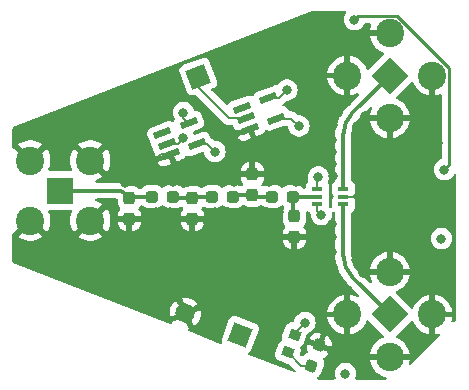
<source format=gbr>
%TF.GenerationSoftware,KiCad,Pcbnew,7.0.5*%
%TF.CreationDate,2023-11-04T19:56:55-04:00*%
%TF.ProjectId,Switch,53776974-6368-42e6-9b69-6361645f7063,rev?*%
%TF.SameCoordinates,Original*%
%TF.FileFunction,Copper,L1,Top*%
%TF.FilePolarity,Positive*%
%FSLAX46Y46*%
G04 Gerber Fmt 4.6, Leading zero omitted, Abs format (unit mm)*
G04 Created by KiCad (PCBNEW 7.0.5) date 2023-11-04 19:56:55*
%MOMM*%
%LPD*%
G01*
G04 APERTURE LIST*
G04 Aperture macros list*
%AMRoundRect*
0 Rectangle with rounded corners*
0 $1 Rounding radius*
0 $2 $3 $4 $5 $6 $7 $8 $9 X,Y pos of 4 corners*
0 Add a 4 corners polygon primitive as box body*
4,1,4,$2,$3,$4,$5,$6,$7,$8,$9,$2,$3,0*
0 Add four circle primitives for the rounded corners*
1,1,$1+$1,$2,$3*
1,1,$1+$1,$4,$5*
1,1,$1+$1,$6,$7*
1,1,$1+$1,$8,$9*
0 Add four rect primitives between the rounded corners*
20,1,$1+$1,$2,$3,$4,$5,0*
20,1,$1+$1,$4,$5,$6,$7,0*
20,1,$1+$1,$6,$7,$8,$9,0*
20,1,$1+$1,$8,$9,$2,$3,0*%
%AMRotRect*
0 Rectangle, with rotation*
0 The origin of the aperture is its center*
0 $1 length*
0 $2 width*
0 $3 Rotation angle, in degrees counterclockwise*
0 Add horizontal line*
21,1,$1,$2,0,0,$3*%
G04 Aperture macros list end*
%TA.AperFunction,SMDPad,CuDef*%
%ADD10RoundRect,0.237500X0.287500X0.237500X-0.287500X0.237500X-0.287500X-0.237500X0.287500X-0.237500X0*%
%TD*%
%TA.AperFunction,SMDPad,CuDef*%
%ADD11RotRect,0.810000X0.930000X69.000000*%
%TD*%
%TA.AperFunction,SMDPad,CuDef*%
%ADD12RoundRect,0.237500X-0.237500X0.300000X-0.237500X-0.300000X0.237500X-0.300000X0.237500X0.300000X0*%
%TD*%
%TA.AperFunction,ComponentPad*%
%ADD13RotRect,1.650000X1.650000X339.000000*%
%TD*%
%TA.AperFunction,ComponentPad*%
%ADD14C,1.650000*%
%TD*%
%TA.AperFunction,SMDPad,CuDef*%
%ADD15R,0.950000X0.450000*%
%TD*%
%TA.AperFunction,SMDPad,CuDef*%
%ADD16RoundRect,0.237500X-0.132133X0.318507X-0.311317X-0.148283X0.132133X-0.318507X0.311317X0.148283X0*%
%TD*%
%TA.AperFunction,SMDPad,CuDef*%
%ADD17RotRect,1.473200X0.558800X21.000000*%
%TD*%
%TA.AperFunction,SMDPad,CuDef*%
%ADD18RoundRect,0.237500X0.237500X-0.300000X0.237500X0.300000X-0.237500X0.300000X-0.237500X-0.300000X0*%
%TD*%
%TA.AperFunction,ComponentPad*%
%ADD19RotRect,2.250000X2.250000X45.000000*%
%TD*%
%TA.AperFunction,ComponentPad*%
%ADD20C,2.400000*%
%TD*%
%TA.AperFunction,ComponentPad*%
%ADD21RotRect,2.250000X2.250000X315.000000*%
%TD*%
%TA.AperFunction,ComponentPad*%
%ADD22RotRect,1.700000X1.700000X21.000000*%
%TD*%
%TA.AperFunction,ComponentPad*%
%ADD23R,2.250000X2.250000*%
%TD*%
%TA.AperFunction,ViaPad*%
%ADD24C,0.800000*%
%TD*%
%TA.AperFunction,Conductor*%
%ADD25C,0.203200*%
%TD*%
%TA.AperFunction,Conductor*%
%ADD26C,0.250000*%
%TD*%
%TA.AperFunction,Conductor*%
%ADD27C,0.348996*%
%TD*%
G04 APERTURE END LIST*
D10*
%TO.P,L2,1,1*%
%TO.N,Net-(L1-Pad2)*%
X156323000Y-83312000D03*
%TO.P,L2,2,2*%
%TO.N,Net-(L2-Pad2)*%
X154573000Y-83312000D03*
%TD*%
D11*
%TO.P,D1,A*%
%TO.N,+3.3V*%
X161580278Y-95001800D03*
%TO.P,D1,C*%
%TO.N,Net-(D1-PadC)*%
X160999722Y-96514200D03*
%TD*%
D12*
%TO.P,VC2,1*%
%TO.N,GND*%
X157988000Y-81433500D03*
%TO.P,VC2,2*%
%TO.N,Net-(L1-Pad2)*%
X157988000Y-83158500D03*
%TD*%
D13*
%TO.P,J1,01,01*%
%TO.N,+3.3V*%
X156972000Y-94996000D03*
D14*
%TO.P,J1,02,02*%
%TO.N,GND*%
X152304098Y-93204160D03*
%TD*%
D15*
%TO.P,Power Amp,1,J3*%
%TO.N,Power_Amp_Out*%
X165692000Y-83962000D03*
%TO.P,Power Amp,2,GND*%
%TO.N,GND*%
X165692000Y-83312000D03*
%TO.P,Power Amp,3,J2*%
%TO.N,LNA_INPUT*%
X165692000Y-82662000D03*
%TO.P,Power Amp,4,V1*%
%TO.N,Net-(IC1-V1)*%
X163492000Y-82662000D03*
%TO.P,Power Amp,5,J1*%
%TO.N,Filter_input*%
X163492000Y-83312000D03*
%TO.P,Power Amp,6,V2*%
%TO.N,Net-(IC1-V2)*%
X163492000Y-83962000D03*
%TD*%
D10*
%TO.P,L3,1,1*%
%TO.N,Net-(L2-Pad2)*%
X151243000Y-83312000D03*
%TO.P,L3,2,2*%
%TO.N,Filter_output*%
X149493000Y-83312000D03*
%TD*%
D16*
%TO.P,R1,1*%
%TO.N,GND*%
X163649011Y-95922108D03*
%TO.P,R1,2*%
%TO.N,Net-(D1-PadC)*%
X162994989Y-97625892D03*
%TD*%
D17*
%TO.P,U1,1,NC*%
%TO.N,unconnected-(U1-NC-Pad1)*%
X157110084Y-75789834D03*
%TO.P,U1,2,A*%
%TO.N,Net-(J5-Pin_1)*%
X157450534Y-76676737D03*
%TO.P,U1,3,GND*%
%TO.N,GND*%
X157790984Y-77563639D03*
%TO.P,U1,4,Y*%
%TO.N,Net-(IC1-V2)*%
X160020000Y-76708000D03*
%TO.P,U1,5,VCC*%
%TO.N,+3.3V*%
X159339100Y-74934195D03*
%TD*%
D18*
%TO.P,VC1,1*%
%TO.N,GND*%
X161544000Y-86714500D03*
%TO.P,VC1,2*%
%TO.N,Filter_input*%
X161544000Y-84989500D03*
%TD*%
D10*
%TO.P,L1,1,1*%
%TO.N,Filter_input*%
X161403000Y-83312000D03*
%TO.P,L1,2,2*%
%TO.N,Net-(L1-Pad2)*%
X159653000Y-83312000D03*
%TD*%
D18*
%TO.P,VC4,1*%
%TO.N,GND*%
X147574000Y-85190500D03*
%TO.P,VC4,2*%
%TO.N,Filter_output*%
X147574000Y-83465500D03*
%TD*%
D19*
%TO.P,J3,1,1*%
%TO.N,LNA_INPUT*%
X169627525Y-73069476D03*
D20*
%TO.P,J3,2,2*%
%TO.N,GND*%
X166035423Y-73069476D03*
%TO.P,J3,3,3*%
X169627525Y-76661578D03*
%TO.P,J3,4,4*%
X173219627Y-73069476D03*
%TO.P,J3,5,5*%
X169627525Y-69477374D03*
%TD*%
D21*
%TO.P,J4,1,1*%
%TO.N,Power_Amp_Out*%
X169627525Y-93300525D03*
D20*
%TO.P,J4,2,2*%
%TO.N,GND*%
X169627525Y-89708423D03*
%TO.P,J4,3,3*%
X166035423Y-93300525D03*
%TO.P,J4,4,4*%
X169627525Y-96892627D03*
%TO.P,J4,5,5*%
X173219627Y-93300525D03*
%TD*%
D22*
%TO.P,J5,1,Pin_1*%
%TO.N,Net-(J5-Pin_1)*%
X153416000Y-73152000D03*
%TD*%
D23*
%TO.P,J2,1,1*%
%TO.N,Filter_output*%
X141732000Y-82804000D03*
D20*
%TO.P,J2,2,2*%
%TO.N,GND*%
X144272000Y-85344000D03*
%TO.P,J2,3,3*%
X144272000Y-80264000D03*
%TO.P,J2,4,4*%
X139192000Y-80264000D03*
%TO.P,J2,5,5*%
X139192000Y-85344000D03*
%TD*%
D17*
%TO.P,U2,1,NC*%
%TO.N,unconnected-(U2-NC-Pad1)*%
X150379084Y-77948834D03*
%TO.P,U2,2,A*%
%TO.N,Net-(IC1-V2)*%
X150719534Y-78835737D03*
%TO.P,U2,3,GND*%
%TO.N,GND*%
X151059984Y-79722639D03*
%TO.P,U2,4,Y*%
%TO.N,Net-(IC1-V1)*%
X153289000Y-78867000D03*
%TO.P,U2,5,VCC*%
%TO.N,+3.3V*%
X152608100Y-77093195D03*
%TD*%
D18*
%TO.P,VC3,1*%
%TO.N,GND*%
X152908000Y-85190500D03*
%TO.P,VC3,2*%
%TO.N,Net-(L2-Pad2)*%
X152908000Y-83465500D03*
%TD*%
D24*
%TO.N,+3.3V*%
X173990000Y-86868000D03*
X152146000Y-76200000D03*
X160909000Y-74295000D03*
X165862000Y-98298000D03*
X174244000Y-81026000D03*
X162433000Y-93980000D03*
X166624000Y-68326000D03*
%TO.N,Net-(IC1-V1)*%
X154813000Y-79502000D03*
X163576000Y-81661000D03*
%TO.N,Net-(IC1-V2)*%
X152146000Y-78359000D03*
X163830000Y-84836000D03*
X161925000Y-77343000D03*
%TO.N,GND*%
X159385000Y-82042000D03*
X169164000Y-85852000D03*
X152908000Y-86614000D03*
X166116000Y-91186000D03*
X148590000Y-82042000D03*
X154178000Y-88900000D03*
X164719000Y-78486000D03*
X169164000Y-83312000D03*
X166751000Y-80391000D03*
X166751000Y-86106000D03*
X158496000Y-86868000D03*
X158242000Y-89408000D03*
X149860000Y-84582000D03*
X164719000Y-86741000D03*
X160528000Y-82042000D03*
X173228000Y-84836000D03*
X154178000Y-85344000D03*
X164719000Y-80518000D03*
X165354000Y-90424000D03*
X156464000Y-82042000D03*
X146785221Y-90451452D03*
X148971000Y-84963000D03*
X166878000Y-77343000D03*
X154940000Y-93472000D03*
X154813000Y-84582000D03*
X153924000Y-82042000D03*
X167005000Y-83312000D03*
X164592000Y-69088000D03*
X150114000Y-81915000D03*
X147574000Y-86487000D03*
X173228000Y-88900000D03*
X167386000Y-89789000D03*
X164719000Y-88011000D03*
X159258000Y-84582000D03*
X164846000Y-81534000D03*
X173736000Y-78740000D03*
X147193000Y-82169000D03*
X158242000Y-91694000D03*
X149860000Y-74168000D03*
X155194000Y-90678000D03*
X152400000Y-89916000D03*
X166751000Y-78359000D03*
X163068000Y-75692000D03*
X160274000Y-84582000D03*
X159566660Y-90396781D03*
X164719000Y-79502000D03*
X155321000Y-82042000D03*
X161671000Y-82042000D03*
X164719000Y-85598000D03*
X155956000Y-84582000D03*
X159258000Y-88392000D03*
X165227000Y-76200000D03*
X144697642Y-75664435D03*
X165989000Y-75311000D03*
X152527000Y-82042000D03*
X156464000Y-78486000D03*
X167513000Y-76454000D03*
X171704000Y-79756000D03*
X171196000Y-84328000D03*
X151257000Y-82042000D03*
X166751000Y-79375000D03*
X155942469Y-87049246D03*
X158242000Y-84582000D03*
X164846000Y-77216000D03*
X149860000Y-88392000D03*
X162052000Y-71628000D03*
X166751000Y-88646000D03*
X166751000Y-84963000D03*
X171196000Y-81788000D03*
X162511649Y-90903761D03*
X161544000Y-88265000D03*
X169164000Y-80772000D03*
X151003000Y-84582000D03*
X166751000Y-87376000D03*
X164719000Y-96774000D03*
X161036000Y-69596000D03*
X173228000Y-82296000D03*
X166751000Y-81534000D03*
X164846000Y-89281000D03*
X149606000Y-80391000D03*
X156718000Y-92202000D03*
X159258000Y-92964000D03*
X171196000Y-86868000D03*
X151511000Y-85344000D03*
X147828000Y-76708000D03*
X157099000Y-84582000D03*
X159004000Y-72136000D03*
X142748000Y-88900000D03*
%TD*%
D25*
%TO.N,Net-(D1-PadC)*%
X162994989Y-97625892D02*
X162111414Y-97625892D01*
X162111414Y-97625892D02*
X160999722Y-96514200D01*
%TO.N,+3.3V*%
X160269805Y-74934195D02*
X160909000Y-74295000D01*
X161580278Y-95001800D02*
X161580278Y-94832722D01*
D26*
X174671627Y-80598373D02*
X174244000Y-81026000D01*
D25*
X159339100Y-74934195D02*
X160269805Y-74934195D01*
X161580278Y-94832722D02*
X162433000Y-93980000D01*
D26*
X170228964Y-68025374D02*
X174671627Y-72468037D01*
X174671627Y-72468037D02*
X174671627Y-80598373D01*
D25*
X152146000Y-76631095D02*
X152608100Y-77093195D01*
D26*
X166624000Y-68326000D02*
X166924626Y-68025374D01*
X166924626Y-68025374D02*
X170228964Y-68025374D01*
D27*
%TO.N,Power_Amp_Out*%
X166435949Y-90108949D02*
X169627525Y-93300525D01*
X165692000Y-83962000D02*
X165692000Y-88312898D01*
X165692002Y-88312898D02*
G75*
G03*
X166435949Y-90108949I2539998J-2D01*
G01*
%TO.N,LNA_INPUT*%
X165692000Y-82662000D02*
X165692000Y-78057103D01*
X166435949Y-76261052D02*
X169627525Y-73069476D01*
X166435947Y-76261050D02*
G75*
G03*
X165692000Y-78057103I1796053J-1796050D01*
G01*
D25*
%TO.N,Net-(IC1-V1)*%
X163576000Y-81661000D02*
X163492000Y-81745000D01*
X154178000Y-78867000D02*
X153289000Y-78867000D01*
X163492000Y-81745000D02*
X163492000Y-82662000D01*
X154813000Y-79502000D02*
X154178000Y-78867000D01*
D27*
%TO.N,Filter_input*%
X161403000Y-83312000D02*
X161403000Y-84848500D01*
X161403000Y-84848500D02*
X161544000Y-84989500D01*
X163492000Y-83312000D02*
X161403000Y-83312000D01*
D25*
%TO.N,Net-(IC1-V2)*%
X160020000Y-76708000D02*
X161290000Y-76708000D01*
X163830000Y-84836000D02*
X163492000Y-84498000D01*
X161290000Y-76708000D02*
X161925000Y-77343000D01*
X163492000Y-84498000D02*
X163492000Y-83962000D01*
X151669263Y-78835737D02*
X152146000Y-78359000D01*
X150719534Y-78835737D02*
X151669263Y-78835737D01*
%TO.N,GND*%
X157386361Y-77563639D02*
X156464000Y-78486000D01*
X163649011Y-95922108D02*
X163867108Y-95922108D01*
X157790984Y-77563639D02*
X157386361Y-77563639D01*
X163867108Y-95922108D02*
X164719000Y-96774000D01*
X165692000Y-83312000D02*
X167005000Y-83312000D01*
X152908000Y-85190500D02*
X152908000Y-86614000D01*
X147574000Y-85190500D02*
X147574000Y-86487000D01*
X151059984Y-79722639D02*
X150274361Y-79722639D01*
X150274361Y-79722639D02*
X149606000Y-80391000D01*
X161544000Y-86714500D02*
X161544000Y-88265000D01*
D27*
%TO.N,Filter_output*%
X146702080Y-82804000D02*
X141732000Y-82804000D01*
X149493000Y-83312000D02*
X147727500Y-83312000D01*
X147574000Y-83465500D02*
X147061290Y-82952790D01*
X147727500Y-83312000D02*
X147574000Y-83465500D01*
X147061300Y-82952780D02*
G75*
G03*
X146702080Y-82804000I-359200J-359220D01*
G01*
%TO.N,Net-(L1-Pad2)*%
X156476500Y-83158500D02*
X156323000Y-83312000D01*
X157988000Y-83158500D02*
X156476500Y-83158500D01*
X158141500Y-83312000D02*
X157988000Y-83158500D01*
X159653000Y-83312000D02*
X158141500Y-83312000D01*
%TO.N,Net-(L2-Pad2)*%
X152908000Y-83465500D02*
X151396500Y-83465500D01*
X154573000Y-83312000D02*
X153061500Y-83312000D01*
X153061500Y-83312000D02*
X152908000Y-83465500D01*
X151396500Y-83465500D02*
X151243000Y-83312000D01*
D25*
%TO.N,Net-(J5-Pin_1)*%
X157450534Y-76676737D02*
X156030264Y-76676737D01*
X156030264Y-76676737D02*
X153416000Y-74062473D01*
X153416000Y-74062473D02*
X153416000Y-73152000D01*
%TD*%
%TA.AperFunction,Conductor*%
%TO.N,GND*%
G36*
X146541540Y-83498683D02*
G01*
X146587295Y-83551487D01*
X146598501Y-83602998D01*
X146598501Y-83814686D01*
X146608825Y-83915752D01*
X146663092Y-84079515D01*
X146663093Y-84079518D01*
X146681053Y-84108636D01*
X146753659Y-84226349D01*
X146753661Y-84226351D01*
X146767982Y-84240672D01*
X146801467Y-84301995D01*
X146796483Y-84371687D01*
X146767985Y-84416032D01*
X146754052Y-84429965D01*
X146663551Y-84576688D01*
X146663546Y-84576699D01*
X146609319Y-84740347D01*
X146599000Y-84841345D01*
X146599000Y-84940500D01*
X148548999Y-84940500D01*
X148548999Y-84841360D01*
X148548998Y-84841345D01*
X148538680Y-84740347D01*
X148484453Y-84576699D01*
X148484448Y-84576688D01*
X148393947Y-84429965D01*
X148393944Y-84429961D01*
X148380017Y-84416034D01*
X148346532Y-84354711D01*
X148351516Y-84285019D01*
X148380017Y-84240672D01*
X148394340Y-84226350D01*
X148481519Y-84085009D01*
X148533465Y-84038288D01*
X148602427Y-84027065D01*
X148666510Y-84054909D01*
X148674737Y-84062426D01*
X148744650Y-84132340D01*
X148891484Y-84222908D01*
X149055247Y-84277174D01*
X149156323Y-84287500D01*
X149829676Y-84287499D01*
X149829684Y-84287498D01*
X149829687Y-84287498D01*
X149885030Y-84281844D01*
X149930753Y-84277174D01*
X150094516Y-84222908D01*
X150241350Y-84132340D01*
X150280319Y-84093370D01*
X150341642Y-84059886D01*
X150411334Y-84064870D01*
X150455680Y-84093371D01*
X150494650Y-84132340D01*
X150641484Y-84222908D01*
X150805247Y-84277174D01*
X150906323Y-84287500D01*
X151579676Y-84287499D01*
X151579684Y-84287498D01*
X151579687Y-84287498D01*
X151635030Y-84281844D01*
X151680753Y-84277174D01*
X151844516Y-84222908D01*
X151913574Y-84180312D01*
X151980965Y-84161872D01*
X152047628Y-84182794D01*
X152084209Y-84220755D01*
X152087659Y-84226349D01*
X152101982Y-84240672D01*
X152135467Y-84301995D01*
X152130483Y-84371687D01*
X152101985Y-84416032D01*
X152088052Y-84429965D01*
X151997551Y-84576688D01*
X151997546Y-84576699D01*
X151943319Y-84740347D01*
X151933000Y-84841345D01*
X151933000Y-84940500D01*
X153882999Y-84940500D01*
X153882999Y-84841360D01*
X153882998Y-84841345D01*
X153872680Y-84740347D01*
X153818453Y-84576699D01*
X153818448Y-84576688D01*
X153727947Y-84429965D01*
X153727944Y-84429961D01*
X153714017Y-84416034D01*
X153680532Y-84354711D01*
X153685516Y-84285019D01*
X153714017Y-84240672D01*
X153728340Y-84226350D01*
X153731787Y-84220760D01*
X153783730Y-84174033D01*
X153852692Y-84162806D01*
X153902423Y-84180311D01*
X153971484Y-84222908D01*
X154135247Y-84277174D01*
X154236323Y-84287500D01*
X154909676Y-84287499D01*
X154909684Y-84287498D01*
X154909687Y-84287498D01*
X154965030Y-84281844D01*
X155010753Y-84277174D01*
X155174516Y-84222908D01*
X155321350Y-84132340D01*
X155360318Y-84093371D01*
X155421642Y-84059886D01*
X155491334Y-84064870D01*
X155535681Y-84093371D01*
X155574650Y-84132340D01*
X155721484Y-84222908D01*
X155885247Y-84277174D01*
X155986323Y-84287500D01*
X156659676Y-84287499D01*
X156659684Y-84287498D01*
X156659687Y-84287498D01*
X156715030Y-84281844D01*
X156760753Y-84277174D01*
X156924516Y-84222908D01*
X157071350Y-84132340D01*
X157141588Y-84062101D01*
X157202907Y-84028619D01*
X157272599Y-84033603D01*
X157294363Y-84044247D01*
X157436475Y-84131903D01*
X157436478Y-84131904D01*
X157436484Y-84131908D01*
X157600247Y-84186174D01*
X157701323Y-84196500D01*
X158274676Y-84196499D01*
X158274684Y-84196498D01*
X158274687Y-84196498D01*
X158346355Y-84189177D01*
X158375753Y-84186174D01*
X158539516Y-84131908D01*
X158681637Y-84044246D01*
X158749028Y-84025806D01*
X158815692Y-84046728D01*
X158834413Y-84062104D01*
X158904650Y-84132340D01*
X159051484Y-84222908D01*
X159215247Y-84277174D01*
X159316323Y-84287500D01*
X159989676Y-84287499D01*
X159989684Y-84287498D01*
X159989687Y-84287498D01*
X160045030Y-84281844D01*
X160090753Y-84277174D01*
X160254516Y-84222908D01*
X160401350Y-84132340D01*
X160440319Y-84093370D01*
X160501642Y-84059886D01*
X160571334Y-84064870D01*
X160615681Y-84093371D01*
X160659757Y-84137447D01*
X160658822Y-84138381D01*
X160694787Y-84189177D01*
X160697922Y-84258976D01*
X160683036Y-84294511D01*
X160633095Y-84375477D01*
X160633091Y-84375486D01*
X160615250Y-84429328D01*
X160578826Y-84539247D01*
X160578826Y-84539248D01*
X160578825Y-84539248D01*
X160568500Y-84640315D01*
X160568500Y-85338669D01*
X160568501Y-85338687D01*
X160578825Y-85439752D01*
X160601735Y-85508888D01*
X160631290Y-85598079D01*
X160633092Y-85603515D01*
X160633093Y-85603518D01*
X160655998Y-85640652D01*
X160723659Y-85750349D01*
X160723661Y-85750351D01*
X160737982Y-85764672D01*
X160771467Y-85825995D01*
X160766483Y-85895687D01*
X160737985Y-85940032D01*
X160724052Y-85953965D01*
X160633551Y-86100688D01*
X160633546Y-86100699D01*
X160579319Y-86264347D01*
X160569000Y-86365345D01*
X160569000Y-86464500D01*
X162518999Y-86464500D01*
X162518999Y-86365360D01*
X162518998Y-86365345D01*
X162508680Y-86264347D01*
X162454453Y-86100699D01*
X162454448Y-86100688D01*
X162363947Y-85953965D01*
X162363944Y-85953961D01*
X162350017Y-85940034D01*
X162316532Y-85878711D01*
X162321516Y-85809019D01*
X162350017Y-85764672D01*
X162364340Y-85750350D01*
X162454908Y-85603516D01*
X162509174Y-85439753D01*
X162519500Y-85338677D01*
X162519499Y-84687497D01*
X162539183Y-84620459D01*
X162591987Y-84574704D01*
X162661146Y-84564760D01*
X162717810Y-84588232D01*
X162774664Y-84630793D01*
X162774673Y-84630798D01*
X162849607Y-84658746D01*
X162905541Y-84700616D01*
X162929959Y-84766080D01*
X162929596Y-84787887D01*
X162924540Y-84835998D01*
X162924540Y-84836000D01*
X162944326Y-85024256D01*
X162944327Y-85024259D01*
X163002818Y-85204277D01*
X163002821Y-85204284D01*
X163097467Y-85368216D01*
X163162552Y-85440500D01*
X163224129Y-85508888D01*
X163377265Y-85620148D01*
X163377270Y-85620151D01*
X163550192Y-85697142D01*
X163550197Y-85697144D01*
X163735354Y-85736500D01*
X163735355Y-85736500D01*
X163924644Y-85736500D01*
X163924646Y-85736500D01*
X164109803Y-85697144D01*
X164282730Y-85620151D01*
X164435871Y-85508888D01*
X164562533Y-85368216D01*
X164657179Y-85204284D01*
X164715674Y-85024256D01*
X164735460Y-84836000D01*
X164721302Y-84701297D01*
X164733871Y-84632571D01*
X164781603Y-84581547D01*
X164849344Y-84564429D01*
X164915585Y-84586651D01*
X164918915Y-84589058D01*
X164958463Y-84618664D01*
X164967314Y-84625290D01*
X165009184Y-84681224D01*
X165017002Y-84724556D01*
X165017002Y-88355620D01*
X165017004Y-88355684D01*
X165017004Y-88470840D01*
X165025025Y-88552276D01*
X165047965Y-88785203D01*
X165109586Y-89094999D01*
X165109589Y-89095010D01*
X165201288Y-89397305D01*
X165224911Y-89454336D01*
X165298358Y-89631653D01*
X165322173Y-89689146D01*
X165322175Y-89689151D01*
X165471072Y-89967718D01*
X165471083Y-89967736D01*
X165646570Y-90230370D01*
X165646580Y-90230384D01*
X165734771Y-90337846D01*
X165846971Y-90474562D01*
X165958653Y-90586244D01*
X166010757Y-90638349D01*
X166019498Y-90647090D01*
X166019505Y-90647096D01*
X166967316Y-91594907D01*
X167000801Y-91656230D01*
X166995817Y-91725922D01*
X166953945Y-91781855D01*
X166888481Y-91806272D01*
X166825834Y-91794308D01*
X166658246Y-91713603D01*
X166658248Y-91713603D01*
X166414777Y-91638502D01*
X166414771Y-91638501D01*
X166285423Y-91619004D01*
X166285423Y-92540441D01*
X166214566Y-92515648D01*
X166080349Y-92500525D01*
X165990497Y-92500525D01*
X165856280Y-92515648D01*
X165785422Y-92540441D01*
X165785423Y-91619004D01*
X165656074Y-91638501D01*
X165656068Y-91638502D01*
X165412598Y-91713603D01*
X165183047Y-91824148D01*
X165183039Y-91824153D01*
X164972520Y-91967682D01*
X164785743Y-92140984D01*
X164626878Y-92340196D01*
X164499481Y-92560853D01*
X164406396Y-92798030D01*
X164406390Y-92798049D01*
X164349698Y-93046438D01*
X164349697Y-93046445D01*
X164349391Y-93050525D01*
X165275340Y-93050525D01*
X165250546Y-93121382D01*
X165230361Y-93300525D01*
X165250546Y-93479668D01*
X165275340Y-93550525D01*
X164349391Y-93550525D01*
X164349697Y-93554604D01*
X164349698Y-93554611D01*
X164406390Y-93803000D01*
X164406396Y-93803019D01*
X164499481Y-94040196D01*
X164499480Y-94040196D01*
X164626878Y-94260853D01*
X164785743Y-94460065D01*
X164972520Y-94633367D01*
X165183039Y-94776896D01*
X165183047Y-94776901D01*
X165412599Y-94887446D01*
X165412597Y-94887446D01*
X165656075Y-94962549D01*
X165656083Y-94962551D01*
X165785423Y-94982045D01*
X165785423Y-94060608D01*
X165856280Y-94085402D01*
X165990497Y-94100525D01*
X166080349Y-94100525D01*
X166214566Y-94085402D01*
X166285423Y-94060608D01*
X166285423Y-94982044D01*
X166414762Y-94962551D01*
X166414770Y-94962549D01*
X166658247Y-94887446D01*
X166887799Y-94776901D01*
X166887800Y-94776900D01*
X167098328Y-94633365D01*
X167285102Y-94460065D01*
X167443967Y-94260853D01*
X167571361Y-94040202D01*
X167642260Y-93859554D01*
X167685076Y-93804340D01*
X167750946Y-93781039D01*
X167818957Y-93797049D01*
X167845370Y-93817175D01*
X168196452Y-94168256D01*
X168891084Y-94862888D01*
X169110780Y-95082583D01*
X169144265Y-95143906D01*
X169139281Y-95213597D01*
X169097410Y-95269531D01*
X169059651Y-95288754D01*
X169004705Y-95305703D01*
X169004701Y-95305705D01*
X168775149Y-95416250D01*
X168775141Y-95416255D01*
X168564622Y-95559784D01*
X168377845Y-95733086D01*
X168218980Y-95932298D01*
X168091583Y-96152955D01*
X167998498Y-96390132D01*
X167998492Y-96390151D01*
X167941800Y-96638540D01*
X167941799Y-96638547D01*
X167941493Y-96642627D01*
X168867442Y-96642627D01*
X168842648Y-96713484D01*
X168822463Y-96892627D01*
X168842648Y-97071770D01*
X168867442Y-97142627D01*
X167941493Y-97142627D01*
X167941799Y-97146706D01*
X167941800Y-97146713D01*
X167998492Y-97395102D01*
X167998498Y-97395121D01*
X168091583Y-97632298D01*
X168091582Y-97632298D01*
X168218980Y-97852955D01*
X168377845Y-98052167D01*
X168564622Y-98225469D01*
X168775141Y-98368998D01*
X168775149Y-98369003D01*
X169004701Y-98479548D01*
X169004699Y-98479548D01*
X169248177Y-98554651D01*
X169248183Y-98554653D01*
X169276260Y-98558885D01*
X169339617Y-98588341D01*
X169376991Y-98647375D01*
X169376516Y-98717243D01*
X169338343Y-98775763D01*
X169274591Y-98804355D01*
X169257779Y-98805500D01*
X166814617Y-98805500D01*
X166747578Y-98785815D01*
X166701823Y-98733011D01*
X166691879Y-98663853D01*
X166696686Y-98643182D01*
X166738982Y-98513006D01*
X166747674Y-98486256D01*
X166767460Y-98298000D01*
X166747674Y-98109744D01*
X166689179Y-97929716D01*
X166594533Y-97765784D01*
X166467871Y-97625112D01*
X166467870Y-97625111D01*
X166314734Y-97513851D01*
X166314729Y-97513848D01*
X166141807Y-97436857D01*
X166141802Y-97436855D01*
X165968619Y-97400045D01*
X165956646Y-97397500D01*
X165767354Y-97397500D01*
X165755381Y-97400045D01*
X165582197Y-97436855D01*
X165582192Y-97436857D01*
X165409270Y-97513848D01*
X165409265Y-97513851D01*
X165256129Y-97625111D01*
X165129466Y-97765785D01*
X165034821Y-97929715D01*
X165034818Y-97929722D01*
X164994011Y-98055314D01*
X164976326Y-98109744D01*
X164956540Y-98298000D01*
X164976326Y-98486256D01*
X164976327Y-98486259D01*
X165027314Y-98643182D01*
X165029309Y-98713023D01*
X164993229Y-98772856D01*
X164930528Y-98803684D01*
X164909383Y-98805500D01*
X163582091Y-98805500D01*
X163515052Y-98785815D01*
X163469297Y-98733011D01*
X163459353Y-98663853D01*
X163488378Y-98600297D01*
X163506888Y-98582907D01*
X163643270Y-98478887D01*
X163752619Y-98345448D01*
X163798481Y-98254786D01*
X164012911Y-97696175D01*
X164039494Y-97598111D01*
X164047520Y-97425778D01*
X164015588Y-97256240D01*
X163949827Y-97108539D01*
X163940544Y-97039291D01*
X163970173Y-96976015D01*
X164012673Y-96944826D01*
X164159861Y-96879293D01*
X164159863Y-96879292D01*
X164296942Y-96774740D01*
X164296947Y-96774735D01*
X164406213Y-96641398D01*
X164406215Y-96641394D01*
X164452048Y-96550792D01*
X164469660Y-96504911D01*
X163731907Y-96221714D01*
X163731906Y-96221714D01*
X162649178Y-95806095D01*
X162631564Y-95851984D01*
X162605002Y-95949967D01*
X162596981Y-96122183D01*
X162596981Y-96122190D01*
X162628889Y-96291602D01*
X162628893Y-96291613D01*
X162694424Y-96438797D01*
X162703709Y-96508047D01*
X162674081Y-96571324D01*
X162631581Y-96602512D01*
X162483885Y-96668270D01*
X162483879Y-96668274D01*
X162346706Y-96772898D01*
X162326836Y-96797145D01*
X162269117Y-96836520D01*
X162199274Y-96838439D01*
X162143247Y-96806228D01*
X162040176Y-96703157D01*
X162006691Y-96641834D01*
X162011675Y-96572142D01*
X162012093Y-96571038D01*
X162063388Y-96437411D01*
X162078768Y-96379463D01*
X162080139Y-96235548D01*
X162050052Y-96129353D01*
X162050716Y-96059488D01*
X162089048Y-96001072D01*
X162103309Y-95990606D01*
X162196729Y-95931819D01*
X162230748Y-95893306D01*
X162292006Y-95823956D01*
X162292006Y-95823954D01*
X162292009Y-95823952D01*
X162315406Y-95778303D01*
X163971996Y-95778303D01*
X164648842Y-96038120D01*
X164648843Y-96038119D01*
X164666456Y-95992235D01*
X164666457Y-95992233D01*
X164693019Y-95894248D01*
X164701040Y-95722032D01*
X164701040Y-95722025D01*
X164669132Y-95552613D01*
X164669128Y-95552602D01*
X164599009Y-95395112D01*
X164599005Y-95395106D01*
X164494452Y-95258026D01*
X164494447Y-95258021D01*
X164361110Y-95148756D01*
X164270516Y-95102926D01*
X164270491Y-95102915D01*
X164236293Y-95089787D01*
X164236293Y-95089788D01*
X163971996Y-95778303D01*
X162315406Y-95778303D01*
X162319355Y-95770598D01*
X162484913Y-95339303D01*
X162828360Y-95339303D01*
X163505206Y-95599121D01*
X163769502Y-94910606D01*
X163735278Y-94897469D01*
X163637299Y-94870909D01*
X163637300Y-94870909D01*
X163465084Y-94862888D01*
X163465077Y-94862888D01*
X163295665Y-94894796D01*
X163295654Y-94894800D01*
X163138164Y-94964919D01*
X163138158Y-94964923D01*
X163001079Y-95069475D01*
X163001074Y-95069480D01*
X162891808Y-95202817D01*
X162891808Y-95202818D01*
X162845973Y-95293423D01*
X162828360Y-95339303D01*
X162484913Y-95339303D01*
X162643944Y-94925011D01*
X162644736Y-94922025D01*
X162680950Y-94862277D01*
X162714146Y-94840545D01*
X162885730Y-94764151D01*
X163038871Y-94652888D01*
X163165533Y-94512216D01*
X163260179Y-94348284D01*
X163318674Y-94168256D01*
X163338460Y-93980000D01*
X163318674Y-93791744D01*
X163260179Y-93611716D01*
X163165533Y-93447784D01*
X163038871Y-93307112D01*
X163029805Y-93300525D01*
X162885734Y-93195851D01*
X162885729Y-93195848D01*
X162712807Y-93118857D01*
X162712802Y-93118855D01*
X162567001Y-93087865D01*
X162527646Y-93079500D01*
X162338354Y-93079500D01*
X162305897Y-93086398D01*
X162153197Y-93118855D01*
X162153192Y-93118857D01*
X161980270Y-93195848D01*
X161980265Y-93195851D01*
X161827129Y-93307111D01*
X161700466Y-93447785D01*
X161605821Y-93611715D01*
X161605818Y-93611722D01*
X161548324Y-93788672D01*
X161547326Y-93791744D01*
X161540878Y-93853096D01*
X161540675Y-93855028D01*
X161514090Y-93919643D01*
X161456792Y-93959627D01*
X161386973Y-93962287D01*
X161385545Y-93961917D01*
X161368028Y-93957268D01*
X161368027Y-93957267D01*
X161368024Y-93957267D01*
X161363984Y-93957228D01*
X161224108Y-93955895D01*
X161085639Y-93995126D01*
X161085635Y-93995128D01*
X160963829Y-94071779D01*
X160963824Y-94071782D01*
X160868549Y-94179643D01*
X160841199Y-94233005D01*
X160516612Y-95078587D01*
X160516610Y-95078593D01*
X160501232Y-95136538D01*
X160499860Y-95280451D01*
X160529947Y-95386645D01*
X160529282Y-95456511D01*
X160490950Y-95514927D01*
X160476687Y-95525395D01*
X160383270Y-95584181D01*
X160383268Y-95584182D01*
X160287993Y-95692043D01*
X160260643Y-95745405D01*
X159936056Y-96590987D01*
X159936054Y-96590993D01*
X159924066Y-96636162D01*
X159923436Y-96638540D01*
X159920676Y-96648938D01*
X159919304Y-96792851D01*
X159958535Y-96931321D01*
X159958537Y-96931326D01*
X160026478Y-97039291D01*
X160035190Y-97053135D01*
X160143058Y-97148414D01*
X160196412Y-97175760D01*
X161154027Y-97543353D01*
X161154046Y-97543358D01*
X161157185Y-97544374D01*
X161156926Y-97545173D01*
X161209420Y-97575395D01*
X161619663Y-97985638D01*
X161653148Y-98046961D01*
X161648164Y-98116653D01*
X161606292Y-98172586D01*
X161540828Y-98197003D01*
X161486927Y-98188844D01*
X157715164Y-96717856D01*
X157659859Y-96675158D01*
X157636417Y-96609339D01*
X157652282Y-96541294D01*
X157694176Y-96497382D01*
X157774026Y-96447135D01*
X157869306Y-96339268D01*
X157896651Y-96285914D01*
X158522269Y-94656120D01*
X158537650Y-94598172D01*
X158539020Y-94454256D01*
X158499788Y-94315785D01*
X158499787Y-94315782D01*
X158423136Y-94193976D01*
X158423135Y-94193974D01*
X158315268Y-94098694D01*
X158315263Y-94098691D01*
X158315261Y-94098690D01*
X158261915Y-94071349D01*
X158261913Y-94071348D01*
X156632124Y-93445732D01*
X156621191Y-93442830D01*
X156574172Y-93430350D01*
X156574170Y-93430349D01*
X156574162Y-93430349D01*
X156430256Y-93428979D01*
X156291785Y-93468211D01*
X156291782Y-93468212D01*
X156169976Y-93544863D01*
X156169974Y-93544864D01*
X156169974Y-93544865D01*
X156161365Y-93554611D01*
X156074695Y-93652731D01*
X156074690Y-93652738D01*
X156047349Y-93706084D01*
X156047348Y-93706086D01*
X155421732Y-95335875D01*
X155406350Y-95393828D01*
X155406349Y-95393837D01*
X155404979Y-95537744D01*
X155425910Y-95611621D01*
X155425245Y-95681487D01*
X155386913Y-95739903D01*
X155323084Y-95768322D01*
X155261551Y-95760947D01*
X152608356Y-94726201D01*
X152553051Y-94683503D01*
X152529609Y-94617684D01*
X152545474Y-94549639D01*
X152595608Y-94500973D01*
X152604082Y-94497653D01*
X152605249Y-94495206D01*
X152319837Y-93854160D01*
X152344992Y-93854160D01*
X152467031Y-93838743D01*
X152619727Y-93778286D01*
X152752590Y-93681755D01*
X152777168Y-93652044D01*
X153061732Y-94291185D01*
X153159046Y-94223045D01*
X153322979Y-94059111D01*
X153455965Y-93869190D01*
X153553945Y-93659069D01*
X153553949Y-93659060D01*
X153613950Y-93435128D01*
X153613952Y-93435118D01*
X153634159Y-93204160D01*
X153634159Y-93204159D01*
X153613952Y-92973201D01*
X153613950Y-92973191D01*
X153595145Y-92903007D01*
X153595144Y-92903007D01*
X152954384Y-93188291D01*
X152947659Y-93081394D01*
X152896910Y-92925204D01*
X152808912Y-92786541D01*
X152750542Y-92731729D01*
X153391122Y-92446525D01*
X153322983Y-92349212D01*
X153159049Y-92185278D01*
X152969128Y-92052292D01*
X152759007Y-91954312D01*
X152758998Y-91954308D01*
X152535066Y-91894307D01*
X152535056Y-91894305D01*
X152304099Y-91874099D01*
X152304097Y-91874099D01*
X152073140Y-91894305D01*
X152073124Y-91894308D01*
X152002946Y-91913111D01*
X152002946Y-91913112D01*
X152288358Y-92554160D01*
X152263204Y-92554160D01*
X152141165Y-92569577D01*
X151988469Y-92630034D01*
X151855606Y-92726565D01*
X151831027Y-92756275D01*
X151546463Y-92117133D01*
X151449153Y-92185272D01*
X151449147Y-92185277D01*
X151285212Y-92349211D01*
X151152231Y-92539128D01*
X151152230Y-92539130D01*
X151054250Y-92749250D01*
X151054246Y-92749259D01*
X150994245Y-92973191D01*
X150994243Y-92973201D01*
X150974037Y-93204159D01*
X150974037Y-93204160D01*
X150994243Y-93435117D01*
X150994246Y-93435130D01*
X151013049Y-93505310D01*
X151653811Y-93220025D01*
X151660537Y-93326926D01*
X151711286Y-93483116D01*
X151799284Y-93621779D01*
X151857651Y-93676589D01*
X151217071Y-93961794D01*
X151212107Y-93979691D01*
X151218180Y-93997697D01*
X151201170Y-94065464D01*
X151150222Y-94113277D01*
X151081512Y-94125955D01*
X151049223Y-94118139D01*
X137747445Y-88930446D01*
X137692140Y-88887748D01*
X137668698Y-88821929D01*
X137668500Y-88814921D01*
X137668500Y-86479337D01*
X137688185Y-86412298D01*
X137740989Y-86366543D01*
X137799454Y-86355532D01*
X137825453Y-86356992D01*
X138475338Y-85707108D01*
X138562577Y-85845948D01*
X138690052Y-85973423D01*
X138828890Y-86060661D01*
X138178813Y-86710737D01*
X138339623Y-86820375D01*
X138339624Y-86820376D01*
X138569176Y-86930921D01*
X138569174Y-86930921D01*
X138812652Y-87006024D01*
X138812658Y-87006026D01*
X139064595Y-87043999D01*
X139064604Y-87044000D01*
X139319396Y-87044000D01*
X139319404Y-87043999D01*
X139571341Y-87006026D01*
X139571347Y-87006024D01*
X139814824Y-86930921D01*
X140044381Y-86820373D01*
X140205185Y-86710737D01*
X139555108Y-86060661D01*
X139693948Y-85973423D01*
X139821423Y-85845948D01*
X139908661Y-85707108D01*
X140558545Y-86356993D01*
X140600545Y-86304327D01*
X140727941Y-86083671D01*
X140821026Y-85846494D01*
X140821031Y-85846477D01*
X140877726Y-85598079D01*
X140896767Y-85344004D01*
X140896767Y-85343995D01*
X140877726Y-85089920D01*
X140821031Y-84841522D01*
X140821026Y-84841505D01*
X140726247Y-84600010D01*
X140728051Y-84599301D01*
X140718023Y-84538341D01*
X140745755Y-84474210D01*
X140803756Y-84435254D01*
X140841087Y-84429499D01*
X142622907Y-84429499D01*
X142689946Y-84449184D01*
X142735701Y-84501988D01*
X142745645Y-84571146D01*
X142736947Y-84599693D01*
X142737753Y-84600010D01*
X142642973Y-84841505D01*
X142642968Y-84841522D01*
X142586273Y-85089920D01*
X142567233Y-85343995D01*
X142567233Y-85344004D01*
X142586273Y-85598079D01*
X142642968Y-85846477D01*
X142642973Y-85846494D01*
X142736058Y-86083671D01*
X142736057Y-86083671D01*
X142863457Y-86304332D01*
X142905452Y-86356993D01*
X143555338Y-85707107D01*
X143642577Y-85845948D01*
X143770052Y-85973423D01*
X143908890Y-86060661D01*
X143258813Y-86710737D01*
X143419623Y-86820375D01*
X143419624Y-86820376D01*
X143649176Y-86930921D01*
X143649174Y-86930921D01*
X143892652Y-87006024D01*
X143892658Y-87006026D01*
X144144595Y-87043999D01*
X144144604Y-87044000D01*
X144399396Y-87044000D01*
X144399404Y-87043999D01*
X144651341Y-87006026D01*
X144651347Y-87006024D01*
X144785964Y-86964500D01*
X160569001Y-86964500D01*
X160569001Y-87063654D01*
X160579319Y-87164652D01*
X160633546Y-87328300D01*
X160633551Y-87328311D01*
X160724052Y-87475034D01*
X160724055Y-87475038D01*
X160845961Y-87596944D01*
X160845965Y-87596947D01*
X160992688Y-87687448D01*
X160992699Y-87687453D01*
X161156347Y-87741680D01*
X161257352Y-87751999D01*
X161294000Y-87751999D01*
X161294000Y-86964500D01*
X161794000Y-86964500D01*
X161794000Y-87751999D01*
X161830640Y-87751999D01*
X161830654Y-87751998D01*
X161931652Y-87741680D01*
X162095300Y-87687453D01*
X162095311Y-87687448D01*
X162242034Y-87596947D01*
X162242038Y-87596944D01*
X162363944Y-87475038D01*
X162363947Y-87475034D01*
X162454448Y-87328311D01*
X162454453Y-87328300D01*
X162508680Y-87164652D01*
X162518999Y-87063654D01*
X162519000Y-87063641D01*
X162519000Y-86964500D01*
X161794000Y-86964500D01*
X161294000Y-86964500D01*
X160569001Y-86964500D01*
X144785964Y-86964500D01*
X144894824Y-86930921D01*
X145124381Y-86820373D01*
X145285185Y-86710737D01*
X144635108Y-86060661D01*
X144773948Y-85973423D01*
X144901423Y-85845948D01*
X144988661Y-85707108D01*
X145638545Y-86356993D01*
X145680545Y-86304327D01*
X145807941Y-86083671D01*
X145901026Y-85846494D01*
X145901031Y-85846477D01*
X145957726Y-85598079D01*
X145969535Y-85440500D01*
X146599001Y-85440500D01*
X146599001Y-85539654D01*
X146609319Y-85640652D01*
X146663546Y-85804300D01*
X146663551Y-85804311D01*
X146754052Y-85951034D01*
X146754055Y-85951038D01*
X146875961Y-86072944D01*
X146875965Y-86072947D01*
X147022688Y-86163448D01*
X147022699Y-86163453D01*
X147186347Y-86217680D01*
X147287352Y-86227999D01*
X147324000Y-86227999D01*
X147324000Y-85440500D01*
X147824000Y-85440500D01*
X147824000Y-86227999D01*
X147860640Y-86227999D01*
X147860654Y-86227998D01*
X147961652Y-86217680D01*
X148125300Y-86163453D01*
X148125311Y-86163448D01*
X148272034Y-86072947D01*
X148272038Y-86072944D01*
X148393944Y-85951038D01*
X148393947Y-85951034D01*
X148484448Y-85804311D01*
X148484453Y-85804300D01*
X148538680Y-85640652D01*
X148548999Y-85539654D01*
X148549000Y-85539641D01*
X148549000Y-85440500D01*
X151933001Y-85440500D01*
X151933001Y-85539654D01*
X151943319Y-85640652D01*
X151997546Y-85804300D01*
X151997551Y-85804311D01*
X152088052Y-85951034D01*
X152088055Y-85951038D01*
X152209961Y-86072944D01*
X152209965Y-86072947D01*
X152356688Y-86163448D01*
X152356699Y-86163453D01*
X152520347Y-86217680D01*
X152621352Y-86227999D01*
X152658000Y-86227999D01*
X152658000Y-85440500D01*
X153158000Y-85440500D01*
X153158000Y-86227999D01*
X153194640Y-86227999D01*
X153194654Y-86227998D01*
X153295652Y-86217680D01*
X153459300Y-86163453D01*
X153459311Y-86163448D01*
X153606034Y-86072947D01*
X153606038Y-86072944D01*
X153727944Y-85951038D01*
X153727947Y-85951034D01*
X153818448Y-85804311D01*
X153818453Y-85804300D01*
X153872680Y-85640652D01*
X153882999Y-85539654D01*
X153883000Y-85539641D01*
X153883000Y-85440500D01*
X153158000Y-85440500D01*
X152658000Y-85440500D01*
X151933001Y-85440500D01*
X148549000Y-85440500D01*
X147824000Y-85440500D01*
X147324000Y-85440500D01*
X146599001Y-85440500D01*
X145969535Y-85440500D01*
X145976767Y-85344004D01*
X145976767Y-85343995D01*
X145957726Y-85089920D01*
X145901031Y-84841522D01*
X145901026Y-84841505D01*
X145807941Y-84604328D01*
X145807942Y-84604328D01*
X145680544Y-84383671D01*
X145638546Y-84331006D01*
X144988661Y-84980890D01*
X144901423Y-84842052D01*
X144773948Y-84714577D01*
X144635108Y-84627338D01*
X145285185Y-83977261D01*
X145124377Y-83867624D01*
X145124376Y-83867623D01*
X144894823Y-83757078D01*
X144894825Y-83757078D01*
X144779447Y-83721489D01*
X144721188Y-83682918D01*
X144693030Y-83618974D01*
X144703914Y-83549957D01*
X144750383Y-83497780D01*
X144815997Y-83478998D01*
X146474501Y-83478998D01*
X146541540Y-83498683D01*
G37*
%TD.AperFunction*%
%TA.AperFunction,Conductor*%
G36*
X171540692Y-93788672D02*
G01*
X171596626Y-93830543D01*
X171612787Y-93859552D01*
X171683685Y-94040196D01*
X171683684Y-94040196D01*
X171811082Y-94260853D01*
X171969947Y-94460065D01*
X172156724Y-94633367D01*
X172367243Y-94776896D01*
X172367251Y-94776901D01*
X172596803Y-94887446D01*
X172596801Y-94887446D01*
X172840279Y-94962549D01*
X172840287Y-94962551D01*
X172969627Y-94982045D01*
X172969627Y-94060608D01*
X173040484Y-94085402D01*
X173174701Y-94100525D01*
X173264553Y-94100525D01*
X173398770Y-94085402D01*
X173469627Y-94060608D01*
X173469627Y-94982044D01*
X173598966Y-94962551D01*
X173598974Y-94962549D01*
X173733984Y-94920904D01*
X173803847Y-94919954D01*
X173863133Y-94956925D01*
X173893020Y-95020080D01*
X173884019Y-95089367D01*
X173858215Y-95127076D01*
X171461258Y-97524033D01*
X171399935Y-97557518D01*
X171330243Y-97552534D01*
X171274310Y-97510662D01*
X171249893Y-97445198D01*
X171256832Y-97400045D01*
X171255189Y-97399538D01*
X171256557Y-97395102D01*
X171313249Y-97146713D01*
X171313250Y-97146706D01*
X171313557Y-97142627D01*
X170387608Y-97142627D01*
X170412402Y-97071770D01*
X170432587Y-96892627D01*
X170412402Y-96713484D01*
X170387608Y-96642627D01*
X171313556Y-96642627D01*
X171313250Y-96638547D01*
X171313249Y-96638540D01*
X171256557Y-96390151D01*
X171256551Y-96390132D01*
X171163466Y-96152955D01*
X171163467Y-96152955D01*
X171036069Y-95932298D01*
X170877204Y-95733086D01*
X170690430Y-95559786D01*
X170479902Y-95416251D01*
X170479901Y-95416250D01*
X170250349Y-95305705D01*
X170195400Y-95288756D01*
X170137141Y-95250186D01*
X170108983Y-95186241D01*
X170119867Y-95117224D01*
X170144264Y-95082589D01*
X171409682Y-93817170D01*
X171471001Y-93783688D01*
X171540692Y-93788672D01*
G37*
%TD.AperFunction*%
%TA.AperFunction,Conductor*%
G36*
X171540692Y-73557623D02*
G01*
X171596626Y-73599494D01*
X171612787Y-73628503D01*
X171683685Y-73809147D01*
X171683684Y-73809147D01*
X171811082Y-74029804D01*
X171969947Y-74229016D01*
X172156724Y-74402318D01*
X172367243Y-74545847D01*
X172367251Y-74545852D01*
X172596803Y-74656397D01*
X172596801Y-74656397D01*
X172840279Y-74731500D01*
X172840287Y-74731502D01*
X172969627Y-74750996D01*
X172969627Y-73829559D01*
X173040484Y-73854353D01*
X173174701Y-73869476D01*
X173264553Y-73869476D01*
X173398770Y-73854353D01*
X173469627Y-73829559D01*
X173469627Y-74750995D01*
X173598966Y-74731502D01*
X173598974Y-74731500D01*
X173842448Y-74656398D01*
X173868323Y-74643937D01*
X173937264Y-74632583D01*
X174001399Y-74660304D01*
X174040366Y-74718299D01*
X174046127Y-74755656D01*
X174046127Y-80048143D01*
X174026442Y-80115182D01*
X173973638Y-80160937D01*
X173968518Y-80162931D01*
X173791270Y-80241848D01*
X173791265Y-80241851D01*
X173638129Y-80353111D01*
X173511466Y-80493785D01*
X173416821Y-80657715D01*
X173416818Y-80657722D01*
X173362812Y-80823937D01*
X173358326Y-80837744D01*
X173338540Y-81026000D01*
X173358326Y-81214256D01*
X173358327Y-81214259D01*
X173416818Y-81394277D01*
X173416821Y-81394284D01*
X173511467Y-81558216D01*
X173624274Y-81683500D01*
X173638129Y-81698888D01*
X173791265Y-81810148D01*
X173791270Y-81810151D01*
X173964192Y-81887142D01*
X173964197Y-81887144D01*
X174149354Y-81926500D01*
X174149355Y-81926500D01*
X174338644Y-81926500D01*
X174338646Y-81926500D01*
X174523803Y-81887144D01*
X174696730Y-81810151D01*
X174849871Y-81698888D01*
X174976533Y-81558216D01*
X175028113Y-81468875D01*
X175078679Y-81420661D01*
X175147286Y-81407437D01*
X175212151Y-81433405D01*
X175252680Y-81490319D01*
X175259500Y-81530876D01*
X175259500Y-93674429D01*
X175239815Y-93741468D01*
X175223181Y-93762110D01*
X175053360Y-93931931D01*
X174992037Y-93965416D01*
X174922345Y-93960432D01*
X174866412Y-93918560D01*
X174841995Y-93853096D01*
X174848934Y-93807943D01*
X174847291Y-93807436D01*
X174848659Y-93803000D01*
X174905351Y-93554611D01*
X174905352Y-93554604D01*
X174905659Y-93550525D01*
X173979710Y-93550525D01*
X174004504Y-93479668D01*
X174024689Y-93300525D01*
X174004504Y-93121382D01*
X173979710Y-93050525D01*
X174905658Y-93050525D01*
X174905352Y-93046445D01*
X174905351Y-93046438D01*
X174848659Y-92798049D01*
X174848653Y-92798030D01*
X174755568Y-92560853D01*
X174755569Y-92560853D01*
X174628171Y-92340196D01*
X174469306Y-92140984D01*
X174282532Y-91967684D01*
X174072004Y-91824149D01*
X174072003Y-91824148D01*
X173842450Y-91713603D01*
X173842452Y-91713603D01*
X173598981Y-91638502D01*
X173598975Y-91638501D01*
X173469627Y-91619004D01*
X173469627Y-92540441D01*
X173398770Y-92515648D01*
X173264553Y-92500525D01*
X173174701Y-92500525D01*
X173040484Y-92515648D01*
X172969627Y-92540441D01*
X172969627Y-91619004D01*
X172840278Y-91638501D01*
X172840272Y-91638502D01*
X172596802Y-91713603D01*
X172367251Y-91824148D01*
X172367243Y-91824153D01*
X172156724Y-91967682D01*
X171969947Y-92140984D01*
X171811082Y-92340196D01*
X171683686Y-92560851D01*
X171612788Y-92741496D01*
X171569972Y-92796709D01*
X171504102Y-92820010D01*
X171436091Y-92803999D01*
X171409679Y-92783874D01*
X170499903Y-91874099D01*
X170144268Y-91518465D01*
X170110784Y-91457143D01*
X170115768Y-91387452D01*
X170157639Y-91331518D01*
X170195400Y-91312294D01*
X170250349Y-91295344D01*
X170479901Y-91184799D01*
X170479902Y-91184798D01*
X170690430Y-91041263D01*
X170877204Y-90867963D01*
X171036069Y-90668751D01*
X171163466Y-90448094D01*
X171256551Y-90210917D01*
X171256557Y-90210898D01*
X171313249Y-89962509D01*
X171313250Y-89962502D01*
X171313557Y-89958423D01*
X170387608Y-89958423D01*
X170412402Y-89887566D01*
X170432587Y-89708423D01*
X170412402Y-89529280D01*
X170387608Y-89458423D01*
X171313556Y-89458423D01*
X171313250Y-89454343D01*
X171313249Y-89454336D01*
X171256557Y-89205947D01*
X171256551Y-89205928D01*
X171163466Y-88968751D01*
X171163467Y-88968751D01*
X171036069Y-88748094D01*
X170877204Y-88548882D01*
X170690430Y-88375582D01*
X170479902Y-88232047D01*
X170479901Y-88232046D01*
X170250348Y-88121501D01*
X170250350Y-88121501D01*
X170006879Y-88046400D01*
X170006873Y-88046399D01*
X169877525Y-88026902D01*
X169877525Y-88948339D01*
X169806668Y-88923546D01*
X169672451Y-88908423D01*
X169582599Y-88908423D01*
X169448382Y-88923546D01*
X169377525Y-88948339D01*
X169377525Y-88026902D01*
X169248176Y-88046399D01*
X169248170Y-88046400D01*
X169004700Y-88121501D01*
X168775149Y-88232046D01*
X168775141Y-88232051D01*
X168564622Y-88375580D01*
X168377845Y-88548882D01*
X168218980Y-88748094D01*
X168091583Y-88968751D01*
X167998498Y-89205928D01*
X167998492Y-89205947D01*
X167941800Y-89454336D01*
X167941799Y-89454343D01*
X167941493Y-89458423D01*
X168867442Y-89458423D01*
X168842648Y-89529280D01*
X168822463Y-89708423D01*
X168842648Y-89887566D01*
X168867442Y-89958423D01*
X167941493Y-89958423D01*
X167941799Y-89962502D01*
X167941800Y-89962509D01*
X167998492Y-90210898D01*
X167998498Y-90210917D01*
X168091583Y-90448094D01*
X168115008Y-90488668D01*
X168131481Y-90556569D01*
X168108628Y-90622595D01*
X168053707Y-90665786D01*
X167984153Y-90672427D01*
X167922051Y-90640411D01*
X167919940Y-90638349D01*
X167491962Y-90210371D01*
X166914681Y-89633090D01*
X166911922Y-89630144D01*
X166755077Y-89451297D01*
X166750138Y-89444861D01*
X166619120Y-89248778D01*
X166615065Y-89241756D01*
X166510755Y-89030236D01*
X166507661Y-89022766D01*
X166431852Y-88799439D01*
X166429756Y-88791614D01*
X166383747Y-88560313D01*
X166382689Y-88552276D01*
X166367131Y-88314889D01*
X166366998Y-88310833D01*
X166366998Y-86868000D01*
X173084540Y-86868000D01*
X173104326Y-87056256D01*
X173104327Y-87056259D01*
X173162818Y-87236277D01*
X173162821Y-87236284D01*
X173257467Y-87400216D01*
X173384128Y-87540887D01*
X173384129Y-87540888D01*
X173537265Y-87652148D01*
X173537270Y-87652151D01*
X173710192Y-87729142D01*
X173710197Y-87729144D01*
X173895354Y-87768500D01*
X173895355Y-87768500D01*
X174084644Y-87768500D01*
X174084646Y-87768500D01*
X174269803Y-87729144D01*
X174442730Y-87652151D01*
X174595871Y-87540888D01*
X174722533Y-87400216D01*
X174817179Y-87236284D01*
X174875674Y-87056256D01*
X174895460Y-86868000D01*
X174875674Y-86679744D01*
X174817179Y-86499716D01*
X174722533Y-86335784D01*
X174595871Y-86195112D01*
X174595870Y-86195111D01*
X174442734Y-86083851D01*
X174442729Y-86083848D01*
X174269807Y-86006857D01*
X174269802Y-86006855D01*
X174124001Y-85975865D01*
X174084646Y-85967500D01*
X173895354Y-85967500D01*
X173867488Y-85973423D01*
X173710197Y-86006855D01*
X173710192Y-86006857D01*
X173537270Y-86083848D01*
X173537265Y-86083851D01*
X173384129Y-86195111D01*
X173257466Y-86335785D01*
X173162821Y-86499715D01*
X173162818Y-86499722D01*
X173104327Y-86679740D01*
X173104326Y-86679744D01*
X173084540Y-86868000D01*
X166366998Y-86868000D01*
X166366998Y-84724556D01*
X166386683Y-84657517D01*
X166416687Y-84625290D01*
X166489013Y-84571146D01*
X166524546Y-84544546D01*
X166610796Y-84429331D01*
X166661091Y-84294483D01*
X166667500Y-84234873D01*
X166667499Y-83689128D01*
X166663067Y-83647898D01*
X166663068Y-83621393D01*
X166666999Y-83584833D01*
X166667000Y-83584819D01*
X166667000Y-83537000D01*
X166651388Y-83521388D01*
X166637516Y-83517315D01*
X166605289Y-83487311D01*
X166529679Y-83386310D01*
X166505261Y-83320846D01*
X166520112Y-83252573D01*
X166529668Y-83237702D01*
X166605287Y-83136688D01*
X166653106Y-83100893D01*
X166667000Y-83087000D01*
X166667000Y-83039181D01*
X166666999Y-83039164D01*
X166663068Y-83002602D01*
X166663068Y-82976093D01*
X166667500Y-82934873D01*
X166667499Y-82389128D01*
X166661091Y-82329517D01*
X166650155Y-82300197D01*
X166610797Y-82194671D01*
X166610793Y-82194664D01*
X166524547Y-82079455D01*
X166524544Y-82079452D01*
X166416687Y-81998710D01*
X166374816Y-81942777D01*
X166366998Y-81899444D01*
X166366998Y-78059138D01*
X166367131Y-78055082D01*
X166380062Y-77857773D01*
X166382687Y-77817717D01*
X166383744Y-77809688D01*
X166429754Y-77578381D01*
X166431849Y-77570563D01*
X166507661Y-77347226D01*
X166510751Y-77339768D01*
X166615068Y-77128233D01*
X166619111Y-77121230D01*
X166750139Y-76925132D01*
X166755064Y-76918713D01*
X166911890Y-76739886D01*
X166914644Y-76736946D01*
X167919944Y-75731646D01*
X167981265Y-75698163D01*
X168050957Y-75703147D01*
X168106890Y-75745019D01*
X168131307Y-75810483D01*
X168116455Y-75878756D01*
X168115011Y-75881328D01*
X168091582Y-75921908D01*
X167998498Y-76159083D01*
X167998492Y-76159102D01*
X167941800Y-76407491D01*
X167941799Y-76407498D01*
X167941493Y-76411578D01*
X168867442Y-76411578D01*
X168842648Y-76482435D01*
X168822463Y-76661578D01*
X168842648Y-76840721D01*
X168867442Y-76911578D01*
X167941493Y-76911578D01*
X167941799Y-76915657D01*
X167941800Y-76915664D01*
X167998492Y-77164053D01*
X167998498Y-77164072D01*
X168091583Y-77401249D01*
X168091582Y-77401249D01*
X168218980Y-77621906D01*
X168377845Y-77821118D01*
X168564622Y-77994420D01*
X168775141Y-78137949D01*
X168775149Y-78137954D01*
X169004701Y-78248499D01*
X169004699Y-78248499D01*
X169248177Y-78323602D01*
X169248185Y-78323604D01*
X169377525Y-78343098D01*
X169377525Y-77421661D01*
X169448382Y-77446455D01*
X169582599Y-77461578D01*
X169672451Y-77461578D01*
X169806668Y-77446455D01*
X169877525Y-77421661D01*
X169877525Y-78343097D01*
X170006864Y-78323604D01*
X170006872Y-78323602D01*
X170250349Y-78248499D01*
X170479901Y-78137954D01*
X170479902Y-78137953D01*
X170690430Y-77994418D01*
X170877204Y-77821118D01*
X171036069Y-77621906D01*
X171163466Y-77401249D01*
X171256551Y-77164072D01*
X171256557Y-77164053D01*
X171313249Y-76915664D01*
X171313250Y-76915657D01*
X171313557Y-76911578D01*
X170387608Y-76911578D01*
X170412402Y-76840721D01*
X170432587Y-76661578D01*
X170412402Y-76482435D01*
X170387608Y-76411578D01*
X171313556Y-76411578D01*
X171313250Y-76407498D01*
X171313249Y-76407491D01*
X171256557Y-76159102D01*
X171256551Y-76159083D01*
X171163466Y-75921906D01*
X171163467Y-75921906D01*
X171036069Y-75701249D01*
X170877204Y-75502037D01*
X170690430Y-75328737D01*
X170479902Y-75185202D01*
X170479901Y-75185201D01*
X170250349Y-75074656D01*
X170195400Y-75057707D01*
X170137141Y-75019137D01*
X170108983Y-74955192D01*
X170119867Y-74886175D01*
X170144264Y-74851540D01*
X171409682Y-73586121D01*
X171471001Y-73552639D01*
X171540692Y-73557623D01*
G37*
%TD.AperFunction*%
%TA.AperFunction,Conductor*%
G36*
X165886446Y-67584185D02*
G01*
X165932201Y-67636989D01*
X165942145Y-67706147D01*
X165913120Y-67769703D01*
X165911557Y-67771472D01*
X165891466Y-67793785D01*
X165796821Y-67957715D01*
X165796818Y-67957722D01*
X165738327Y-68137740D01*
X165738326Y-68137744D01*
X165718540Y-68326000D01*
X165738326Y-68514256D01*
X165738327Y-68514259D01*
X165796818Y-68694277D01*
X165796821Y-68694284D01*
X165891467Y-68858216D01*
X165996511Y-68974879D01*
X166018129Y-68998888D01*
X166171265Y-69110148D01*
X166171270Y-69110151D01*
X166344192Y-69187142D01*
X166344197Y-69187144D01*
X166529354Y-69226500D01*
X166529355Y-69226500D01*
X166718644Y-69226500D01*
X166718646Y-69226500D01*
X166903803Y-69187144D01*
X167076730Y-69110151D01*
X167229871Y-68998888D01*
X167356533Y-68858216D01*
X167440446Y-68712873D01*
X167491013Y-68664659D01*
X167547833Y-68650874D01*
X167943787Y-68650874D01*
X168010826Y-68670559D01*
X168056581Y-68723363D01*
X168066525Y-68792521D01*
X168059215Y-68820176D01*
X167998498Y-68974879D01*
X167998492Y-68974898D01*
X167941800Y-69223287D01*
X167941799Y-69223294D01*
X167941493Y-69227374D01*
X168867442Y-69227374D01*
X168842648Y-69298231D01*
X168822463Y-69477374D01*
X168842648Y-69656517D01*
X168867442Y-69727374D01*
X167941493Y-69727374D01*
X167941799Y-69731453D01*
X167941800Y-69731460D01*
X167998492Y-69979849D01*
X167998498Y-69979868D01*
X168091583Y-70217045D01*
X168091582Y-70217045D01*
X168218980Y-70437702D01*
X168377845Y-70636914D01*
X168564622Y-70810216D01*
X168775141Y-70953745D01*
X168775149Y-70953750D01*
X169004700Y-71064295D01*
X169059647Y-71081244D01*
X169117906Y-71119814D01*
X169146063Y-71183759D01*
X169135180Y-71252776D01*
X169110778Y-71287416D01*
X167845370Y-72552826D01*
X167784047Y-72586311D01*
X167714356Y-72581327D01*
X167658422Y-72539456D01*
X167642260Y-72510447D01*
X167571361Y-72329798D01*
X167443967Y-72109147D01*
X167285102Y-71909935D01*
X167098328Y-71736635D01*
X166887800Y-71593100D01*
X166887799Y-71593099D01*
X166658246Y-71482554D01*
X166658248Y-71482554D01*
X166414777Y-71407453D01*
X166414771Y-71407452D01*
X166285423Y-71387955D01*
X166285423Y-72309392D01*
X166214566Y-72284599D01*
X166080349Y-72269476D01*
X165990497Y-72269476D01*
X165856280Y-72284599D01*
X165785422Y-72309392D01*
X165785423Y-71387955D01*
X165656074Y-71407452D01*
X165656068Y-71407453D01*
X165412598Y-71482554D01*
X165183047Y-71593099D01*
X165183039Y-71593104D01*
X164972520Y-71736633D01*
X164785743Y-71909935D01*
X164626878Y-72109147D01*
X164499481Y-72329804D01*
X164406396Y-72566981D01*
X164406390Y-72567000D01*
X164349698Y-72815389D01*
X164349697Y-72815396D01*
X164349391Y-72819476D01*
X165275340Y-72819476D01*
X165250546Y-72890333D01*
X165230361Y-73069476D01*
X165250546Y-73248619D01*
X165275340Y-73319476D01*
X164349391Y-73319476D01*
X164349697Y-73323555D01*
X164349698Y-73323562D01*
X164406390Y-73571951D01*
X164406396Y-73571970D01*
X164499481Y-73809147D01*
X164499480Y-73809147D01*
X164626878Y-74029804D01*
X164785743Y-74229016D01*
X164972520Y-74402318D01*
X165183039Y-74545847D01*
X165183047Y-74545852D01*
X165412599Y-74656397D01*
X165412597Y-74656397D01*
X165656075Y-74731500D01*
X165656083Y-74731502D01*
X165785423Y-74750996D01*
X165785423Y-73829559D01*
X165856280Y-73854353D01*
X165990497Y-73869476D01*
X166080349Y-73869476D01*
X166214566Y-73854353D01*
X166285423Y-73829559D01*
X166285423Y-74750995D01*
X166414762Y-74731502D01*
X166414770Y-74731500D01*
X166658244Y-74656398D01*
X166825831Y-74575693D01*
X166894773Y-74564341D01*
X166958907Y-74592063D01*
X166997873Y-74650059D01*
X166999298Y-74719914D01*
X166967314Y-74775094D01*
X166442909Y-75299500D01*
X166012433Y-75729976D01*
X166012431Y-75729978D01*
X165994974Y-75747434D01*
X165994967Y-75747438D01*
X165846964Y-75895443D01*
X165646578Y-76139615D01*
X165646568Y-76139629D01*
X165471081Y-76402263D01*
X165471070Y-76402281D01*
X165322174Y-76680848D01*
X165322167Y-76680862D01*
X165201286Y-76972695D01*
X165109587Y-77274990D01*
X165109584Y-77275001D01*
X165047963Y-77584796D01*
X165024278Y-77825288D01*
X165018136Y-77887654D01*
X165017002Y-77899164D01*
X165017002Y-81899444D01*
X164997317Y-81966483D01*
X164967313Y-81998710D01*
X164859455Y-82079452D01*
X164859452Y-82079455D01*
X164773206Y-82194664D01*
X164773202Y-82194671D01*
X164725711Y-82322004D01*
X164722909Y-82329517D01*
X164716500Y-82389127D01*
X164716500Y-82389134D01*
X164716500Y-82389135D01*
X164716500Y-82934869D01*
X164716501Y-82934880D01*
X164720931Y-82976093D01*
X164720931Y-83002596D01*
X164717000Y-83039165D01*
X164717000Y-83086999D01*
X164732611Y-83102611D01*
X164746484Y-83106685D01*
X164778711Y-83136689D01*
X164854320Y-83237689D01*
X164878738Y-83303153D01*
X164863887Y-83371426D01*
X164854320Y-83386311D01*
X164778711Y-83487311D01*
X164730892Y-83523107D01*
X164717000Y-83537000D01*
X164717000Y-83584832D01*
X164720931Y-83621399D01*
X164720931Y-83647905D01*
X164716500Y-83689122D01*
X164716500Y-84151751D01*
X164696815Y-84218790D01*
X164644011Y-84264545D01*
X164574853Y-84274489D01*
X164511297Y-84245464D01*
X164500340Y-84234712D01*
X164499339Y-84233600D01*
X164469117Y-84170604D01*
X164467499Y-84150639D01*
X164467499Y-83689128D01*
X164467498Y-83689111D01*
X164463320Y-83650253D01*
X164463320Y-83623747D01*
X164467500Y-83584873D01*
X164467499Y-83039128D01*
X164467498Y-83039111D01*
X164463320Y-83000253D01*
X164463320Y-82973747D01*
X164467500Y-82934873D01*
X164467499Y-82389128D01*
X164461091Y-82329517D01*
X164450155Y-82300197D01*
X164410797Y-82194671D01*
X164410794Y-82194665D01*
X164401602Y-82182386D01*
X164377186Y-82116921D01*
X164392039Y-82048649D01*
X164393485Y-82046074D01*
X164403179Y-82029284D01*
X164461674Y-81849256D01*
X164481460Y-81661000D01*
X164461674Y-81472744D01*
X164403179Y-81292716D01*
X164308533Y-81128784D01*
X164181871Y-80988112D01*
X164155504Y-80968955D01*
X164028734Y-80876851D01*
X164028729Y-80876848D01*
X163855807Y-80799857D01*
X163855802Y-80799855D01*
X163696277Y-80765948D01*
X163670646Y-80760500D01*
X163481354Y-80760500D01*
X163455723Y-80765948D01*
X163296197Y-80799855D01*
X163296192Y-80799857D01*
X163123270Y-80876848D01*
X163123265Y-80876851D01*
X162970129Y-80988111D01*
X162843466Y-81128785D01*
X162748821Y-81292715D01*
X162748818Y-81292722D01*
X162691582Y-81468877D01*
X162690326Y-81472744D01*
X162681343Y-81558214D01*
X162670540Y-81661000D01*
X162690326Y-81849256D01*
X162690328Y-81849262D01*
X162717024Y-81931426D01*
X162719019Y-82001267D01*
X162682938Y-82061099D01*
X162673407Y-82069007D01*
X162659460Y-82079447D01*
X162659451Y-82079457D01*
X162573206Y-82194664D01*
X162573202Y-82194671D01*
X162522908Y-82329517D01*
X162516501Y-82389116D01*
X162516501Y-82389123D01*
X162516500Y-82389135D01*
X162516500Y-82513002D01*
X162496815Y-82580041D01*
X162444011Y-82625796D01*
X162392500Y-82637002D01*
X162348055Y-82637002D01*
X162281016Y-82617317D01*
X162260374Y-82600684D01*
X162218820Y-82559130D01*
X162151350Y-82491660D01*
X162008939Y-82403820D01*
X162004518Y-82401093D01*
X162004513Y-82401091D01*
X161968375Y-82389116D01*
X161840753Y-82346826D01*
X161840751Y-82346825D01*
X161739678Y-82336500D01*
X161066330Y-82336500D01*
X161066312Y-82336501D01*
X160965247Y-82346825D01*
X160801484Y-82401092D01*
X160801481Y-82401093D01*
X160654648Y-82491661D01*
X160615681Y-82530629D01*
X160554358Y-82564114D01*
X160484666Y-82559130D01*
X160440319Y-82530629D01*
X160401351Y-82491661D01*
X160401350Y-82491660D01*
X160258939Y-82403820D01*
X160254518Y-82401093D01*
X160254513Y-82401091D01*
X160218375Y-82389116D01*
X160090753Y-82346826D01*
X160090751Y-82346825D01*
X159989678Y-82336500D01*
X159316330Y-82336500D01*
X159316312Y-82336501D01*
X159215247Y-82346825D01*
X159051484Y-82401092D01*
X159051477Y-82401095D01*
X158982425Y-82443687D01*
X158915032Y-82462127D01*
X158848369Y-82441204D01*
X158811789Y-82403242D01*
X158808340Y-82397650D01*
X158794017Y-82383327D01*
X158760532Y-82322004D01*
X158765516Y-82252312D01*
X158794021Y-82207960D01*
X158807947Y-82194035D01*
X158898448Y-82047311D01*
X158898453Y-82047300D01*
X158952680Y-81883652D01*
X158962999Y-81782654D01*
X158963000Y-81782641D01*
X158963000Y-81683500D01*
X157013001Y-81683500D01*
X157013001Y-81782654D01*
X157023319Y-81883652D01*
X157077546Y-82047300D01*
X157077551Y-82047311D01*
X157168052Y-82194034D01*
X157168055Y-82194038D01*
X157181982Y-82207965D01*
X157215467Y-82269288D01*
X157210483Y-82338980D01*
X157181984Y-82383325D01*
X157167660Y-82397649D01*
X157164207Y-82403248D01*
X157112258Y-82449971D01*
X157043295Y-82461191D01*
X156993574Y-82443687D01*
X156928939Y-82403820D01*
X156924518Y-82401093D01*
X156924513Y-82401091D01*
X156888375Y-82389116D01*
X156760753Y-82346826D01*
X156760751Y-82346825D01*
X156659678Y-82336500D01*
X155986330Y-82336500D01*
X155986312Y-82336501D01*
X155885247Y-82346825D01*
X155721484Y-82401092D01*
X155721481Y-82401093D01*
X155574648Y-82491661D01*
X155535681Y-82530629D01*
X155474358Y-82564114D01*
X155404666Y-82559130D01*
X155360319Y-82530629D01*
X155321351Y-82491661D01*
X155321350Y-82491660D01*
X155178939Y-82403820D01*
X155174518Y-82401093D01*
X155174513Y-82401091D01*
X155138375Y-82389116D01*
X155010753Y-82346826D01*
X155010751Y-82346825D01*
X154909678Y-82336500D01*
X154236330Y-82336500D01*
X154236312Y-82336501D01*
X154135247Y-82346825D01*
X153971484Y-82401092D01*
X153971481Y-82401093D01*
X153824651Y-82491659D01*
X153754414Y-82561896D01*
X153693090Y-82595380D01*
X153623399Y-82590395D01*
X153601640Y-82579755D01*
X153497244Y-82515363D01*
X153459518Y-82492093D01*
X153459513Y-82492091D01*
X153433593Y-82483502D01*
X153295753Y-82437826D01*
X153295751Y-82437825D01*
X153194678Y-82427500D01*
X152621330Y-82427500D01*
X152621312Y-82427501D01*
X152520247Y-82437825D01*
X152356484Y-82492092D01*
X152356481Y-82492093D01*
X152214363Y-82579753D01*
X152146970Y-82598193D01*
X152080307Y-82577270D01*
X152061585Y-82561895D01*
X151991351Y-82491661D01*
X151991350Y-82491660D01*
X151848939Y-82403820D01*
X151844518Y-82401093D01*
X151844513Y-82401091D01*
X151808375Y-82389116D01*
X151680753Y-82346826D01*
X151680751Y-82346825D01*
X151579678Y-82336500D01*
X150906330Y-82336500D01*
X150906312Y-82336501D01*
X150805247Y-82346825D01*
X150641484Y-82401092D01*
X150641481Y-82401093D01*
X150494648Y-82491661D01*
X150455681Y-82530629D01*
X150394358Y-82564114D01*
X150324666Y-82559130D01*
X150280319Y-82530629D01*
X150241351Y-82491661D01*
X150241350Y-82491660D01*
X150098939Y-82403820D01*
X150094518Y-82401093D01*
X150094513Y-82401091D01*
X150058375Y-82389116D01*
X149930753Y-82346826D01*
X149930751Y-82346825D01*
X149829678Y-82336500D01*
X149156330Y-82336500D01*
X149156312Y-82336501D01*
X149055247Y-82346825D01*
X148891484Y-82401092D01*
X148891481Y-82401093D01*
X148744651Y-82491659D01*
X148635626Y-82600684D01*
X148574303Y-82634168D01*
X148547945Y-82637002D01*
X148378054Y-82637002D01*
X148311015Y-82617317D01*
X148290373Y-82600683D01*
X148272351Y-82582661D01*
X148272350Y-82582660D01*
X148163244Y-82515363D01*
X148125518Y-82492093D01*
X148125513Y-82492091D01*
X148099593Y-82483502D01*
X147961753Y-82437826D01*
X147961751Y-82437825D01*
X147860684Y-82427500D01*
X147860677Y-82427500D01*
X147537621Y-82427500D01*
X147470582Y-82407815D01*
X147464739Y-82403820D01*
X147322104Y-82300197D01*
X147322101Y-82300195D01*
X147322094Y-82300190D01*
X147156177Y-82215658D01*
X147156174Y-82215657D01*
X147156172Y-82215656D01*
X146979084Y-82158122D01*
X146979078Y-82158121D01*
X146887118Y-82143560D01*
X146795160Y-82128999D01*
X146795159Y-82128999D01*
X146764117Y-82129000D01*
X146702051Y-82129002D01*
X144815997Y-82129002D01*
X144748958Y-82109317D01*
X144703203Y-82056513D01*
X144693259Y-81987355D01*
X144722284Y-81923799D01*
X144779447Y-81886511D01*
X144894824Y-81850921D01*
X145124381Y-81740373D01*
X145285185Y-81630737D01*
X144635108Y-80980661D01*
X144773948Y-80893423D01*
X144901423Y-80765948D01*
X144988661Y-80627108D01*
X145638545Y-81276993D01*
X145680545Y-81224327D01*
X145704117Y-81183500D01*
X157013000Y-81183500D01*
X157738000Y-81183500D01*
X157738000Y-80396000D01*
X158238000Y-80396000D01*
X158238000Y-81183500D01*
X158962999Y-81183500D01*
X158962999Y-81084360D01*
X158962998Y-81084345D01*
X158952680Y-80983347D01*
X158898453Y-80819699D01*
X158898448Y-80819688D01*
X158807947Y-80672965D01*
X158807944Y-80672961D01*
X158686038Y-80551055D01*
X158686034Y-80551052D01*
X158539311Y-80460551D01*
X158539300Y-80460546D01*
X158375652Y-80406319D01*
X158274654Y-80396000D01*
X158238000Y-80396000D01*
X157738000Y-80396000D01*
X157701361Y-80396000D01*
X157701343Y-80396001D01*
X157600347Y-80406319D01*
X157436699Y-80460546D01*
X157436688Y-80460551D01*
X157289965Y-80551052D01*
X157289961Y-80551055D01*
X157168055Y-80672961D01*
X157168052Y-80672965D01*
X157077551Y-80819688D01*
X157077546Y-80819699D01*
X157023319Y-80983347D01*
X157013000Y-81084345D01*
X157013000Y-81183500D01*
X145704117Y-81183500D01*
X145807941Y-81003671D01*
X145901026Y-80766494D01*
X145901031Y-80766477D01*
X145957726Y-80518079D01*
X145966636Y-80399191D01*
X149995109Y-80399191D01*
X150022783Y-80471283D01*
X150022786Y-80471291D01*
X150050099Y-80524583D01*
X150050101Y-80524586D01*
X150145290Y-80632349D01*
X150145293Y-80632352D01*
X150266975Y-80708924D01*
X150266980Y-80708926D01*
X150405311Y-80748118D01*
X150549075Y-80746749D01*
X150606969Y-80731384D01*
X151105900Y-80539862D01*
X150916179Y-80045625D01*
X149995109Y-80399191D01*
X145966636Y-80399191D01*
X145976767Y-80264004D01*
X145976767Y-80263995D01*
X145957726Y-80009920D01*
X145901031Y-79761522D01*
X145901026Y-79761505D01*
X145807941Y-79524328D01*
X145807942Y-79524328D01*
X145680544Y-79303671D01*
X145638546Y-79251006D01*
X144988661Y-79900890D01*
X144901423Y-79762052D01*
X144773948Y-79634577D01*
X144635107Y-79547337D01*
X145285185Y-78897261D01*
X145124377Y-78787624D01*
X145124376Y-78787623D01*
X144894823Y-78677078D01*
X144894825Y-78677078D01*
X144651347Y-78601975D01*
X144651341Y-78601973D01*
X144399404Y-78564000D01*
X144144595Y-78564000D01*
X143892658Y-78601973D01*
X143892652Y-78601975D01*
X143649175Y-78677078D01*
X143419624Y-78787623D01*
X143419616Y-78787628D01*
X143258813Y-78897261D01*
X143908891Y-79547338D01*
X143770052Y-79634577D01*
X143642577Y-79762052D01*
X143555338Y-79900891D01*
X142905453Y-79251006D01*
X142863455Y-79303670D01*
X142736058Y-79524328D01*
X142642973Y-79761505D01*
X142642968Y-79761522D01*
X142586273Y-80009920D01*
X142567233Y-80263995D01*
X142567233Y-80264004D01*
X142586273Y-80518079D01*
X142642968Y-80766477D01*
X142642973Y-80766494D01*
X142737753Y-81007990D01*
X142735940Y-81008701D01*
X142745982Y-81069618D01*
X142718271Y-81133758D01*
X142660282Y-81172733D01*
X142622907Y-81178500D01*
X140841093Y-81178500D01*
X140774054Y-81158815D01*
X140728299Y-81106011D01*
X140718355Y-81036853D01*
X140727056Y-81008307D01*
X140726247Y-81007990D01*
X140821026Y-80766494D01*
X140821031Y-80766477D01*
X140877726Y-80518079D01*
X140896767Y-80264004D01*
X140896767Y-80263995D01*
X140877726Y-80009920D01*
X140821031Y-79761522D01*
X140821026Y-79761505D01*
X140727941Y-79524328D01*
X140727942Y-79524328D01*
X140600544Y-79303671D01*
X140558545Y-79251005D01*
X139908660Y-79900890D01*
X139821423Y-79762052D01*
X139693948Y-79634577D01*
X139555107Y-79547337D01*
X140205185Y-78897261D01*
X140044377Y-78787624D01*
X140044376Y-78787623D01*
X139814823Y-78677078D01*
X139814825Y-78677078D01*
X139571347Y-78601975D01*
X139571341Y-78601973D01*
X139319404Y-78564000D01*
X139064595Y-78564000D01*
X138812658Y-78601973D01*
X138812652Y-78601975D01*
X138569175Y-78677078D01*
X138339624Y-78787623D01*
X138339616Y-78787628D01*
X138178813Y-78897261D01*
X138828891Y-79547338D01*
X138690052Y-79634577D01*
X138562577Y-79762052D01*
X138475338Y-79900891D01*
X137825452Y-79251005D01*
X137799452Y-79252466D01*
X137731415Y-79236571D01*
X137682771Y-79186415D01*
X137668500Y-79128661D01*
X137668500Y-77884772D01*
X149090117Y-77884772D01*
X149091367Y-78015888D01*
X149091489Y-78028688D01*
X149106868Y-78086635D01*
X149319614Y-78640856D01*
X149341439Y-78697712D01*
X149367663Y-78748881D01*
X149368781Y-78751061D01*
X149400425Y-78786885D01*
X149430053Y-78850162D01*
X149431483Y-78867793D01*
X149431764Y-78897261D01*
X149431939Y-78915591D01*
X149447318Y-78973538D01*
X149577911Y-79313744D01*
X149681887Y-79584611D01*
X149709231Y-79637966D01*
X149709232Y-79637967D01*
X149741379Y-79674361D01*
X149771007Y-79737637D01*
X149772437Y-79755268D01*
X149772886Y-79802415D01*
X149788248Y-79860297D01*
X149815925Y-79932400D01*
X149989021Y-79865955D01*
X150058662Y-79860307D01*
X150063948Y-79861603D01*
X150064792Y-79861716D01*
X150064792Y-79861715D01*
X150064793Y-79861716D01*
X150208709Y-79860345D01*
X150266657Y-79844966D01*
X151116661Y-79518679D01*
X151186296Y-79513032D01*
X151247935Y-79545932D01*
X151276857Y-79590007D01*
X151380630Y-79860345D01*
X151572690Y-80360679D01*
X152071619Y-80169159D01*
X152124923Y-80141839D01*
X152232681Y-80046654D01*
X152232684Y-80046650D01*
X152309256Y-79924968D01*
X152309450Y-79924285D01*
X152309828Y-79923682D01*
X152312867Y-79916860D01*
X152313846Y-79917296D01*
X152346658Y-79865146D01*
X152409932Y-79835512D01*
X152479183Y-79844791D01*
X152494799Y-79853125D01*
X152495283Y-79853429D01*
X152495788Y-79853747D01*
X152495790Y-79853748D01*
X152536021Y-79865146D01*
X152634259Y-79892979D01*
X152778175Y-79891608D01*
X152836123Y-79876229D01*
X153752931Y-79524298D01*
X153822571Y-79518651D01*
X153884211Y-79551551D01*
X153918278Y-79612553D01*
X153920687Y-79627092D01*
X153927326Y-79690256D01*
X153927327Y-79690259D01*
X153985818Y-79870277D01*
X153985821Y-79870284D01*
X154080467Y-80034216D01*
X154196363Y-80162931D01*
X154207129Y-80174888D01*
X154360265Y-80286148D01*
X154360270Y-80286151D01*
X154533192Y-80363142D01*
X154533197Y-80363144D01*
X154718354Y-80402500D01*
X154718355Y-80402500D01*
X154907644Y-80402500D01*
X154907646Y-80402500D01*
X155092803Y-80363144D01*
X155265730Y-80286151D01*
X155418871Y-80174888D01*
X155545533Y-80034216D01*
X155640179Y-79870284D01*
X155698674Y-79690256D01*
X155718460Y-79502000D01*
X155698674Y-79313744D01*
X155640179Y-79133716D01*
X155545533Y-78969784D01*
X155418871Y-78829112D01*
X155408460Y-78821548D01*
X155265734Y-78717851D01*
X155265729Y-78717848D01*
X155092807Y-78640857D01*
X155092802Y-78640855D01*
X154947001Y-78609865D01*
X154907646Y-78601500D01*
X154907645Y-78601500D01*
X154815360Y-78601500D01*
X154748321Y-78581815D01*
X154727679Y-78565181D01*
X154712422Y-78549924D01*
X154634517Y-78472019D01*
X154629173Y-78465924D01*
X154622725Y-78457522D01*
X154607422Y-78437578D01*
X154607419Y-78437576D01*
X154607418Y-78437574D01*
X154575850Y-78413351D01*
X154481647Y-78341067D01*
X154448319Y-78327262D01*
X154393916Y-78283421D01*
X154380008Y-78257138D01*
X154373503Y-78240191D01*
X156726109Y-78240191D01*
X156753783Y-78312283D01*
X156753786Y-78312291D01*
X156781099Y-78365583D01*
X156781101Y-78365586D01*
X156876290Y-78473349D01*
X156876293Y-78473352D01*
X156997975Y-78549924D01*
X156997980Y-78549926D01*
X157136311Y-78589118D01*
X157280075Y-78587749D01*
X157337969Y-78572384D01*
X157836900Y-78380862D01*
X157647179Y-77886625D01*
X156726109Y-78240191D01*
X154373503Y-78240191D01*
X154326649Y-78118132D01*
X154326645Y-78118123D01*
X154299305Y-78064776D01*
X154299303Y-78064774D01*
X154299303Y-78064773D01*
X154204023Y-77956906D01*
X154194433Y-77950871D01*
X154082214Y-77880253D01*
X154082209Y-77880251D01*
X153943739Y-77841020D01*
X153803753Y-77842354D01*
X153799825Y-77842392D01*
X153799823Y-77842392D01*
X153799818Y-77842393D01*
X153741881Y-77857769D01*
X153741871Y-77857773D01*
X153142005Y-78088039D01*
X153072364Y-78093687D01*
X153010725Y-78060787D01*
X152979637Y-78010593D01*
X152973179Y-77990716D01*
X152950173Y-77950869D01*
X152933701Y-77882971D01*
X152956553Y-77816944D01*
X153011474Y-77773753D01*
X153013047Y-77773135D01*
X153619959Y-77540164D01*
X153673314Y-77512819D01*
X153781181Y-77417539D01*
X153857834Y-77295728D01*
X153863707Y-77275001D01*
X153895135Y-77164072D01*
X153897066Y-77157257D01*
X153895695Y-77013341D01*
X153880316Y-76955394D01*
X153645748Y-76344324D01*
X153618403Y-76290968D01*
X153523123Y-76183101D01*
X153484986Y-76159102D01*
X153401314Y-76106448D01*
X153401309Y-76106446D01*
X153262839Y-76067215D01*
X153141347Y-76068373D01*
X153074123Y-76049328D01*
X153027867Y-75996963D01*
X153022238Y-75982705D01*
X152973179Y-75831716D01*
X152878533Y-75667784D01*
X152751871Y-75527112D01*
X152751870Y-75527111D01*
X152598734Y-75415851D01*
X152598729Y-75415848D01*
X152425807Y-75338857D01*
X152425802Y-75338855D01*
X152280000Y-75307865D01*
X152240646Y-75299500D01*
X152051354Y-75299500D01*
X152018897Y-75306398D01*
X151866197Y-75338855D01*
X151866192Y-75338857D01*
X151693270Y-75415848D01*
X151693265Y-75415851D01*
X151540129Y-75527111D01*
X151413466Y-75667785D01*
X151318821Y-75831715D01*
X151318818Y-75831722D01*
X151264997Y-75997368D01*
X151260326Y-76011744D01*
X151240540Y-76200000D01*
X151260326Y-76388256D01*
X151260327Y-76388259D01*
X151318818Y-76568277D01*
X151318820Y-76568281D01*
X151318821Y-76568284D01*
X151335333Y-76596883D01*
X151397423Y-76704428D01*
X151413895Y-76772328D01*
X151394985Y-76832469D01*
X151358365Y-76890661D01*
X151358362Y-76890669D01*
X151358186Y-76891292D01*
X151357841Y-76891838D01*
X151354759Y-76898763D01*
X151353762Y-76898319D01*
X151320968Y-76950424D01*
X151257689Y-76980047D01*
X151188440Y-76970756D01*
X151172842Y-76962430D01*
X151172297Y-76962087D01*
X151172293Y-76962085D01*
X151033823Y-76922854D01*
X150893837Y-76924188D01*
X150889909Y-76924226D01*
X150889907Y-76924226D01*
X150889902Y-76924227D01*
X150831965Y-76939603D01*
X150831961Y-76939605D01*
X149367221Y-77501866D01*
X149367220Y-77501866D01*
X149313876Y-77529206D01*
X149313871Y-77529209D01*
X149313870Y-77529210D01*
X149208929Y-77621906D01*
X149206001Y-77624492D01*
X149129350Y-77746298D01*
X149129348Y-77746303D01*
X149090117Y-77884772D01*
X137668500Y-77884772D01*
X137668500Y-77555077D01*
X137688185Y-77488038D01*
X137740989Y-77442283D01*
X137747431Y-77439557D01*
X150167127Y-72595876D01*
X151816680Y-72595876D01*
X151817865Y-72720173D01*
X151818052Y-72739792D01*
X151833431Y-72797739D01*
X152203878Y-73762785D01*
X152476970Y-74474214D01*
X152497654Y-74514572D01*
X152504314Y-74527567D01*
X152599594Y-74635434D01*
X152632908Y-74656398D01*
X152721402Y-74712086D01*
X152721406Y-74712088D01*
X152773584Y-74726870D01*
X152859876Y-74751319D01*
X153003792Y-74749948D01*
X153061739Y-74734569D01*
X153112915Y-74714923D01*
X153182555Y-74709275D01*
X153244195Y-74742174D01*
X153245035Y-74743006D01*
X155573733Y-77071704D01*
X155579086Y-77077807D01*
X155600841Y-77106158D01*
X155600842Y-77106159D01*
X155632414Y-77130385D01*
X155632418Y-77130389D01*
X155676314Y-77164072D01*
X155726615Y-77202670D01*
X155726618Y-77202672D01*
X155818975Y-77240926D01*
X155873084Y-77263339D01*
X155925477Y-77270236D01*
X156030262Y-77284032D01*
X156030264Y-77284032D01*
X156030265Y-77284032D01*
X156040550Y-77282677D01*
X156065694Y-77279367D01*
X156073792Y-77278837D01*
X156271323Y-77278837D01*
X156338362Y-77298522D01*
X156384117Y-77351326D01*
X156387087Y-77358399D01*
X156412887Y-77425611D01*
X156440231Y-77478966D01*
X156440232Y-77478967D01*
X156472379Y-77515361D01*
X156502007Y-77578637D01*
X156503437Y-77596268D01*
X156503886Y-77643415D01*
X156519248Y-77701297D01*
X156546925Y-77773400D01*
X156720021Y-77706955D01*
X156789662Y-77701307D01*
X156794948Y-77702603D01*
X156795792Y-77702716D01*
X156795792Y-77702715D01*
X156795793Y-77702716D01*
X156939709Y-77701345D01*
X156997657Y-77685966D01*
X157847661Y-77359679D01*
X157917296Y-77354032D01*
X157978935Y-77386932D01*
X158007857Y-77431007D01*
X158111630Y-77701345D01*
X158303690Y-78201679D01*
X158802619Y-78010159D01*
X158855923Y-77982839D01*
X158963681Y-77887654D01*
X158963684Y-77887650D01*
X159040256Y-77765968D01*
X159040450Y-77765285D01*
X159040828Y-77764682D01*
X159043867Y-77757860D01*
X159044846Y-77758296D01*
X159077658Y-77706146D01*
X159140932Y-77676512D01*
X159210183Y-77685791D01*
X159225799Y-77694125D01*
X159226283Y-77694429D01*
X159226788Y-77694747D01*
X159226790Y-77694748D01*
X159267021Y-77706146D01*
X159365259Y-77733979D01*
X159509175Y-77732608D01*
X159567123Y-77717229D01*
X160606273Y-77318335D01*
X160650711Y-77310100D01*
X160904432Y-77310100D01*
X160971471Y-77329785D01*
X161017226Y-77382589D01*
X161027752Y-77421136D01*
X161039326Y-77531256D01*
X161039327Y-77531259D01*
X161097818Y-77711277D01*
X161097821Y-77711284D01*
X161192467Y-77875216D01*
X161296462Y-77990714D01*
X161319129Y-78015888D01*
X161472265Y-78127148D01*
X161472270Y-78127151D01*
X161645192Y-78204142D01*
X161645197Y-78204144D01*
X161830354Y-78243500D01*
X161830355Y-78243500D01*
X162019644Y-78243500D01*
X162019646Y-78243500D01*
X162204803Y-78204144D01*
X162377730Y-78127151D01*
X162530871Y-78015888D01*
X162657533Y-77875216D01*
X162752179Y-77711284D01*
X162810674Y-77531256D01*
X162830460Y-77343000D01*
X162810674Y-77154744D01*
X162752179Y-76974716D01*
X162657533Y-76810784D01*
X162530871Y-76670112D01*
X162519125Y-76661578D01*
X162377734Y-76558851D01*
X162377729Y-76558848D01*
X162204807Y-76481857D01*
X162204802Y-76481855D01*
X162059000Y-76450865D01*
X162019646Y-76442500D01*
X162019645Y-76442500D01*
X161927360Y-76442500D01*
X161860321Y-76422815D01*
X161839679Y-76406181D01*
X161795240Y-76361742D01*
X161746517Y-76313019D01*
X161741173Y-76306924D01*
X161734725Y-76298522D01*
X161719422Y-76278578D01*
X161719419Y-76278576D01*
X161719418Y-76278574D01*
X161687850Y-76254351D01*
X161667104Y-76238432D01*
X161593647Y-76182067D01*
X161593643Y-76182065D01*
X161593644Y-76182065D01*
X161447182Y-76121398D01*
X161445180Y-76121000D01*
X161443147Y-76120867D01*
X161378887Y-76112407D01*
X161325823Y-76105421D01*
X161298318Y-76101801D01*
X161290000Y-76100706D01*
X161289999Y-76100706D01*
X161289998Y-76100706D01*
X161254580Y-76105369D01*
X161246479Y-76105900D01*
X161199211Y-76105900D01*
X161132172Y-76086215D01*
X161086417Y-76033411D01*
X161083447Y-76026338D01*
X161077843Y-76011740D01*
X161057648Y-75959129D01*
X161030303Y-75905773D01*
X160935023Y-75797906D01*
X160912539Y-75783757D01*
X160813214Y-75721253D01*
X160813209Y-75721251D01*
X160674739Y-75682020D01*
X160658245Y-75682177D01*
X160591022Y-75663131D01*
X160544767Y-75610764D01*
X160534167Y-75541703D01*
X160553961Y-75489298D01*
X160562075Y-75477153D01*
X160589693Y-75447664D01*
X160667652Y-75387846D01*
X160667653Y-75387844D01*
X160675740Y-75381639D01*
X160675750Y-75381631D01*
X160690633Y-75370211D01*
X160699227Y-75363617D01*
X160720986Y-75335258D01*
X160726321Y-75329175D01*
X160769792Y-75285705D01*
X160823681Y-75231818D01*
X160885004Y-75198334D01*
X160911361Y-75195500D01*
X161003644Y-75195500D01*
X161003646Y-75195500D01*
X161188803Y-75156144D01*
X161361730Y-75079151D01*
X161514871Y-74967888D01*
X161641533Y-74827216D01*
X161736179Y-74663284D01*
X161794674Y-74483256D01*
X161814460Y-74295000D01*
X161794674Y-74106744D01*
X161736179Y-73926716D01*
X161641533Y-73762784D01*
X161514871Y-73622112D01*
X161483740Y-73599494D01*
X161361734Y-73510851D01*
X161361729Y-73510848D01*
X161188807Y-73433857D01*
X161188802Y-73433855D01*
X161043000Y-73402865D01*
X161003646Y-73394500D01*
X160814354Y-73394500D01*
X160781897Y-73401398D01*
X160629197Y-73433855D01*
X160629192Y-73433857D01*
X160456270Y-73510848D01*
X160456265Y-73510851D01*
X160303129Y-73622111D01*
X160176467Y-73762783D01*
X160126913Y-73848613D01*
X160076345Y-73896828D01*
X160007738Y-73910050D01*
X160002671Y-73909099D01*
X160002632Y-73909394D01*
X159993841Y-73908215D01*
X159853926Y-73909548D01*
X159849925Y-73909587D01*
X159849923Y-73909587D01*
X159849918Y-73909588D01*
X159791981Y-73924964D01*
X159791977Y-73924966D01*
X158327237Y-74487227D01*
X158327236Y-74487227D01*
X158273892Y-74514567D01*
X158273887Y-74514570D01*
X158273886Y-74514571D01*
X158204690Y-74575693D01*
X158166017Y-74609853D01*
X158089366Y-74731659D01*
X158089362Y-74731669D01*
X158089186Y-74732292D01*
X158088841Y-74732838D01*
X158085759Y-74739763D01*
X158084762Y-74739319D01*
X158051968Y-74791424D01*
X157988689Y-74821047D01*
X157919440Y-74811756D01*
X157903842Y-74803430D01*
X157903297Y-74803087D01*
X157903293Y-74803085D01*
X157764823Y-74763854D01*
X157624837Y-74765188D01*
X157620909Y-74765226D01*
X157620907Y-74765226D01*
X157620902Y-74765227D01*
X157562965Y-74780603D01*
X157562961Y-74780605D01*
X156098221Y-75342866D01*
X156098220Y-75342866D01*
X156044876Y-75370206D01*
X156044871Y-75370209D01*
X156044870Y-75370210D01*
X155943074Y-75460128D01*
X155937001Y-75465492D01*
X155916832Y-75497542D01*
X155864465Y-75543797D01*
X155795404Y-75554397D01*
X155731576Y-75525978D01*
X155724203Y-75519178D01*
X154553720Y-74348695D01*
X154520235Y-74287372D01*
X154525219Y-74217680D01*
X154567091Y-74161747D01*
X154596961Y-74145251D01*
X154738211Y-74091031D01*
X154791567Y-74063686D01*
X154899434Y-73968406D01*
X154976087Y-73846596D01*
X155015319Y-73708124D01*
X155013948Y-73564208D01*
X154998569Y-73506261D01*
X154355031Y-71829789D01*
X154327686Y-71776433D01*
X154232406Y-71668566D01*
X154232403Y-71668564D01*
X154110597Y-71591913D01*
X154110593Y-71591911D01*
X153972123Y-71552680D01*
X153828207Y-71554052D01*
X153770261Y-71569431D01*
X152093785Y-72212970D01*
X152040435Y-72240312D01*
X151932564Y-72335596D01*
X151855913Y-72457402D01*
X151855911Y-72457406D01*
X151816680Y-72595876D01*
X150167127Y-72595876D01*
X163046364Y-67572974D01*
X163091419Y-67564500D01*
X165819407Y-67564500D01*
X165886446Y-67584185D01*
G37*
%TD.AperFunction*%
%TD*%
M02*

</source>
